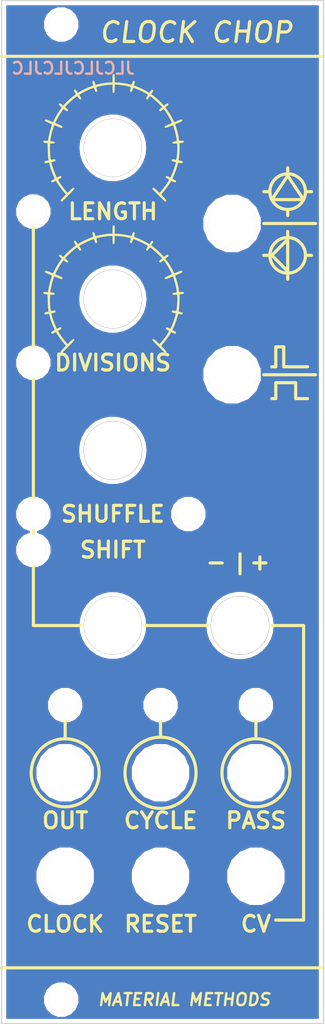
<source format=kicad_pcb>
(kicad_pcb (version 20171130) (host pcbnew "(5.0.1)-3")

  (general
    (thickness 1.6)
    (drawings 80)
    (tracks 0)
    (zones 0)
    (modules 25)
    (nets 1)
  )

  (page A4)
  (layers
    (0 F.Cu signal hide)
    (31 B.Cu signal hide)
    (32 B.Adhes user)
    (33 F.Adhes user)
    (34 B.Paste user)
    (35 F.Paste user)
    (36 B.SilkS user)
    (37 F.SilkS user)
    (38 B.Mask user)
    (39 F.Mask user)
    (40 Dwgs.User user hide)
    (41 Cmts.User user)
    (42 Eco1.User user)
    (43 Eco2.User user)
    (44 Edge.Cuts user)
    (45 Margin user)
    (46 B.CrtYd user)
    (47 F.CrtYd user)
    (48 B.Fab user)
    (49 F.Fab user hide)
  )

  (setup
    (last_trace_width 0.5)
    (trace_clearance 0.2)
    (zone_clearance 0.508)
    (zone_45_only no)
    (trace_min 0.2)
    (segment_width 0.4)
    (edge_width 0.15)
    (via_size 0.8)
    (via_drill 0.4)
    (via_min_size 0.4)
    (via_min_drill 0.3)
    (uvia_size 0.3)
    (uvia_drill 0.1)
    (uvias_allowed no)
    (uvia_min_size 0.2)
    (uvia_min_drill 0.1)
    (pcb_text_width 0.3)
    (pcb_text_size 1.5 1.5)
    (mod_edge_width 0.15)
    (mod_text_size 1 1)
    (mod_text_width 0.15)
    (pad_size 1.524 1.524)
    (pad_drill 0.762)
    (pad_to_mask_clearance 0.051)
    (solder_mask_min_width 0.25)
    (aux_axis_origin 0 0)
    (visible_elements 7FFFFFFF)
    (pcbplotparams
      (layerselection 0x010f0_ffffffff)
      (usegerberextensions false)
      (usegerberattributes true)
      (usegerberadvancedattributes false)
      (creategerberjobfile false)
      (excludeedgelayer false)
      (linewidth 0.100000)
      (plotframeref false)
      (viasonmask false)
      (mode 1)
      (useauxorigin true)
      (hpglpennumber 1)
      (hpglpenspeed 20)
      (hpglpendiameter 15.000000)
      (psnegative false)
      (psa4output false)
      (plotreference true)
      (plotvalue true)
      (plotinvisibletext false)
      (padsonsilk false)
      (subtractmaskfromsilk false)
      (outputformat 1)
      (mirror false)
      (drillshape 0)
      (scaleselection 1)
      (outputdirectory "PLOTS_panel"))
  )

  (net 0 "")

  (net_class Default "This is the default net class."
    (clearance 0.2)
    (trace_width 0.5)
    (via_dia 0.8)
    (via_drill 0.4)
    (uvia_dia 0.3)
    (uvia_drill 0.1)
  )

  (net_class Power ""
    (clearance 0.2)
    (trace_width 1.27)
    (via_dia 1.2)
    (via_drill 0.4)
    (uvia_dia 0.3)
    (uvia_drill 0.1)
  )

  (module "Eurocad:Eurorack jack hole" (layer F.Cu) (tedit 5CC36F82) (tstamp 5CC45E74)
    (at 47 63)
    (fp_text reference "" (at -0.25 4.75) (layer F.SilkS) hide
      (effects (font (size 1 1) (thickness 0.15)))
    )
    (fp_text value "Eurorack jack hole" (at 0 -4.25) (layer F.Fab)
      (effects (font (size 1 1) (thickness 0.15)))
    )
    (pad 1 thru_hole circle (at 0 0) (size 6.2 6.2) (drill 6.2) (layers *.Cu *.Mask))
  )

  (module "Eurocad:Eurorack jack hole" (layer F.Cu) (tedit 5CC36F82) (tstamp 5CC45E68)
    (at 47 44)
    (fp_text reference "" (at -0.25 4.75) (layer F.SilkS) hide
      (effects (font (size 1 1) (thickness 0.15)))
    )
    (fp_text value "Eurorack jack hole" (at 0 -4.25) (layer F.Fab)
      (effects (font (size 1 1) (thickness 0.15)))
    )
    (pad 1 thru_hole circle (at 0 0) (size 6.2 6.2) (drill 6.2) (layers *.Cu *.Mask))
  )

  (module "Eurocad:9mm alpha jack hole" (layer F.Cu) (tedit 5CC36F14) (tstamp 5CC45E3A)
    (at 48 94.5)
    (fp_text reference Ref** (at -0.25 5.5) (layer F.SilkS) hide
      (effects (font (size 1 1) (thickness 0.15)))
    )
    (fp_text value "9mm alpha jack hole" (at 0 -4.5) (layer F.Fab)
      (effects (font (size 1 1) (thickness 0.15)))
    )
    (pad 1 thru_hole circle (at 0 0) (size 7.2 7.2) (drill 7.2) (layers *.Cu *.Mask))
  )

  (module "Eurocad:9mm alpha jack hole" (layer F.Cu) (tedit 5CC36F14) (tstamp 5CC45E3A)
    (at 32 94.5)
    (fp_text reference Ref** (at -0.25 5.5) (layer F.SilkS) hide
      (effects (font (size 1 1) (thickness 0.15)))
    )
    (fp_text value "9mm alpha jack hole" (at 0 -4.5) (layer F.Fab)
      (effects (font (size 1 1) (thickness 0.15)))
    )
    (pad 1 thru_hole circle (at 0 0) (size 7.2 7.2) (drill 7.2) (layers *.Cu *.Mask))
  )

  (module "Eurocad:9mm alpha jack hole" (layer F.Cu) (tedit 5CC36F14) (tstamp 5CC45E3A)
    (at 32 72.5)
    (fp_text reference Ref** (at -0.25 5.5) (layer F.SilkS) hide
      (effects (font (size 1 1) (thickness 0.15)))
    )
    (fp_text value "9mm alpha jack hole" (at 0 -4.5) (layer F.Fab)
      (effects (font (size 1 1) (thickness 0.15)))
    )
    (pad 1 thru_hole circle (at 0 0) (size 7.2 7.2) (drill 7.2) (layers *.Cu *.Mask))
  )

  (module "Eurocad:9mm alpha jack hole" (layer F.Cu) (tedit 5CC36F14) (tstamp 5CC45E00)
    (at 32 53.5)
    (fp_text reference Ref** (at -0.25 5.5) (layer F.SilkS) hide
      (effects (font (size 1 1) (thickness 0.15)))
    )
    (fp_text value "9mm alpha jack hole" (at 0 -4.5) (layer F.Fab)
      (effects (font (size 1 1) (thickness 0.15)))
    )
    (pad 1 thru_hole circle (at 0 0) (size 7.2 7.2) (drill 7.2) (layers *.Cu *.Mask))
  )

  (module "Eurocad:9mm alpha jack hole" (layer F.Cu) (tedit 5CC36F14) (tstamp 5CC45DEC)
    (at 32 34.5)
    (fp_text reference Ref** (at -0.25 5.5) (layer F.SilkS) hide
      (effects (font (size 1 1) (thickness 0.15)))
    )
    (fp_text value "9mm alpha jack hole" (at 0 -4.5) (layer F.Fab)
      (effects (font (size 1 1) (thickness 0.15)))
    )
    (pad 1 thru_hole circle (at 0 0) (size 7.2 7.2) (drill 7.2) (layers *.Cu *.Mask))
  )

  (module Eurocad:KnobTicks (layer F.Cu) (tedit 5CC44799) (tstamp 5CC49588)
    (at 32 53)
    (fp_text reference "" (at 0 -0.75) (layer F.SilkS) hide
      (effects (font (size 1.524 1.524) (thickness 0.3)))
    )
    (fp_text value "" (at 0.75 -0.75) (layer F.SilkS) hide
      (effects (font (size 1.524 1.524) (thickness 0.3)))
    )
    (fp_poly (pts (xy 0.168172 -8.747418) (xy 0.197989 -8.722672) (xy 0.21814 -8.677006) (xy 0.230445 -8.596674)
      (xy 0.236724 -8.467929) (xy 0.238797 -8.277025) (xy 0.238871 -8.213333) (xy 0.238871 -7.717085)
      (xy 0.455798 -7.717085) (xy 0.63734 -7.709146) (xy 0.873923 -7.687373) (xy 1.142778 -7.654834)
      (xy 1.421137 -7.614595) (xy 1.68623 -7.569722) (xy 1.915289 -7.523282) (xy 1.943974 -7.516645)
      (xy 2.10072 -7.480902) (xy 2.229918 -7.45373) (xy 2.31035 -7.439509) (xy 2.322993 -7.438401)
      (xy 2.359951 -7.473077) (xy 2.408168 -7.563204) (xy 2.449238 -7.66732) (xy 2.505857 -7.808012)
      (xy 2.559573 -7.883934) (xy 2.611164 -7.908113) (xy 2.706079 -7.900159) (xy 2.752402 -7.839077)
      (xy 2.751551 -7.720333) (xy 2.715726 -7.573732) (xy 2.64436 -7.339319) (xy 3.066645 -7.173989)
      (xy 3.556388 -6.966222) (xy 4.020907 -6.738134) (xy 4.358217 -6.548385) (xy 4.59119 -6.408043)
      (xy 4.735553 -6.61468) (xy 4.85045 -6.753809) (xy 4.947502 -6.816027) (xy 5.027756 -6.801772)
      (xy 5.069472 -6.754822) (xy 5.083238 -6.70189) (xy 5.060303 -6.626952) (xy 4.994471 -6.512875)
      (xy 4.966489 -6.470053) (xy 4.821563 -6.251778) (xy 5.097046 -6.046927) (xy 5.385459 -5.817694)
      (xy 5.693974 -5.54675) (xy 5.99679 -5.257442) (xy 6.191081 -5.057008) (xy 6.430281 -4.801028)
      (xy 6.60292 -4.945263) (xy 6.743528 -5.042436) (xy 6.862236 -5.085247) (xy 6.948066 -5.071338)
      (xy 6.982588 -5.026897) (xy 6.984441 -4.952356) (xy 6.955855 -4.868956) (xy 6.911842 -4.814444)
      (xy 6.896013 -4.809197) (xy 6.850869 -4.784446) (xy 6.770926 -4.724099) (xy 6.734765 -4.693976)
      (xy 6.601975 -4.580372) (xy 6.818164 -4.287522) (xy 6.984544 -4.049889) (xy 7.15704 -3.782301)
      (xy 7.322375 -3.506993) (xy 7.467275 -3.246201) (xy 7.578463 -3.022161) (xy 7.592561 -2.990468)
      (xy 7.650321 -2.865632) (xy 7.698209 -2.77605) (xy 7.726096 -2.740624) (xy 7.726489 -2.740596)
      (xy 7.771072 -2.755126) (xy 7.873371 -2.794611) (xy 8.017809 -2.852886) (xy 8.175845 -2.918355)
      (xy 8.382433 -3.001524) (xy 8.529376 -3.050663) (xy 8.628307 -3.067236) (xy 8.690855 -3.052708)
      (xy 8.728653 -3.008541) (xy 8.737187 -2.988998) (xy 8.738885 -2.927877) (xy 8.691498 -2.865107)
      (xy 8.587703 -2.79552) (xy 8.420173 -2.713947) (xy 8.241066 -2.638883) (xy 8.081852 -2.574443)
      (xy 7.952521 -2.521212) (xy 7.869404 -2.485964) (xy 7.847471 -2.475623) (xy 7.852668 -2.435637)
      (xy 7.87901 -2.336943) (xy 7.921812 -2.19615) (xy 7.95666 -2.088658) (xy 8.049511 -1.789555)
      (xy 8.135835 -1.475879) (xy 8.210439 -1.16918) (xy 8.268127 -0.89101) (xy 8.303704 -0.662922)
      (xy 8.306525 -0.637192) (xy 8.332366 -0.385043) (xy 8.575352 -0.392947) (xy 8.740379 -0.397359)
      (xy 8.841488 -0.394439) (xy 8.894335 -0.379688) (xy 8.914576 -0.348607) (xy 8.917868 -0.296697)
      (xy 8.917868 -0.294513) (xy 8.905263 -0.216075) (xy 8.857469 -0.165384) (xy 8.759523 -0.133833)
      (xy 8.603002 -0.113428) (xy 8.387666 -0.093104) (xy 8.395268 0.464263) (xy 8.393167 0.729933)
      (xy 8.381685 1.027046) (xy 8.362758 1.317053) (xy 8.34151 1.535503) (xy 8.319398 1.727505)
      (xy 8.302447 1.888146) (xy 8.292121 2.002455) (xy 8.289884 2.055461) (xy 8.290466 2.057347)
      (xy 8.331531 2.069798) (xy 8.428067 2.094218) (xy 8.539655 2.120747) (xy 8.673403 2.1556)
      (xy 8.747547 2.189367) (xy 8.781014 2.2341) (xy 8.790633 2.280572) (xy 8.781141 2.366703)
      (xy 8.722406 2.411545) (xy 8.606497 2.417719) (xy 8.449988 2.393056) (xy 8.330053 2.370752)
      (xy 8.247198 2.360242) (xy 8.22377 2.361804) (xy 8.209423 2.402983) (xy 8.177969 2.506099)
      (xy 8.133792 2.656418) (xy 8.081273 2.839209) (xy 8.071194 2.874699) (xy 7.995838 3.118391)
      (xy 7.899792 3.397212) (xy 7.796238 3.674232) (xy 7.711759 3.881631) (xy 7.49392 4.389098)
      (xy 7.680887 4.483841) (xy 7.838153 4.574396) (xy 7.924665 4.653224) (xy 7.947067 4.727297)
      (xy 7.940085 4.755825) (xy 7.889298 4.823016) (xy 7.803398 4.836127) (xy 7.673713 4.794862)
      (xy 7.570075 4.74323) (xy 7.453677 4.686909) (xy 7.368 4.658082) (xy 7.332773 4.662182)
      (xy 7.29608 4.734046) (xy 7.220544 4.855903) (xy 7.115564 5.014399) (xy 6.990538 5.196179)
      (xy 6.854865 5.387891) (xy 6.717944 5.57618) (xy 6.589172 5.747692) (xy 6.477949 5.889075)
      (xy 6.424101 5.953253) (xy 6.306162 6.089437) (xy 6.205558 6.207182) (xy 6.13538 6.291075)
      (xy 6.111594 6.321098) (xy 6.108551 6.360854) (xy 6.14588 6.426954) (xy 6.2297 6.527542)
      (xy 6.366131 6.67076) (xy 6.40023 6.705197) (xy 6.569778 6.884932) (xy 6.677426 7.022638)
      (xy 6.725637 7.123167) (xy 6.716868 7.191373) (xy 6.665239 7.228029) (xy 6.597223 7.24926)
      (xy 6.578046 7.252194) (xy 6.543136 7.225224) (xy 6.461413 7.150222) (xy 6.341768 7.036051)
      (xy 6.19309 6.891575) (xy 6.024271 6.725656) (xy 5.8442 6.547159) (xy 5.661769 6.364945)
      (xy 5.485867 6.187879) (xy 5.325385 6.024824) (xy 5.189215 5.884643) (xy 5.086245 5.776198)
      (xy 5.025367 5.708354) (xy 5.01351 5.692461) (xy 4.993713 5.604578) (xy 5.000797 5.563072)
      (xy 5.044856 5.507348) (xy 5.117175 5.506266) (xy 5.222627 5.562293) (xy 5.36608 5.677897)
      (xy 5.525654 5.828918) (xy 5.857517 6.157367) (xy 6.067271 5.933713) (xy 6.206956 5.776485)
      (xy 6.355639 5.594923) (xy 6.506432 5.399131) (xy 6.652447 5.19921) (xy 6.786793 5.005263)
      (xy 6.902584 4.827391) (xy 6.992929 4.675697) (xy 7.050941 4.560281) (xy 7.06973 4.491248)
      (xy 7.060834 4.476704) (xy 7.005096 4.448566) (xy 6.907726 4.391528) (xy 6.830483 4.343596)
      (xy 6.716823 4.2626) (xy 6.66329 4.197057) (xy 6.65588 4.136507) (xy 6.695514 4.057378)
      (xy 6.783913 4.038951) (xy 6.922221 4.081191) (xy 7.011405 4.125571) (xy 7.124355 4.180051)
      (xy 7.210441 4.20888) (xy 7.241944 4.208946) (xy 7.280835 4.156043) (xy 7.338797 4.040386)
      (xy 7.41093 3.875152) (xy 7.492337 3.673521) (xy 7.578121 3.448669) (xy 7.663384 3.213773)
      (xy 7.743228 2.982012) (xy 7.812755 2.766562) (xy 7.867068 2.580602) (xy 7.901268 2.437308)
      (xy 7.902153 2.432626) (xy 7.92857 2.290958) (xy 7.676746 2.233567) (xy 7.539056 2.198882)
      (xy 7.461326 2.166436) (xy 7.425075 2.124789) (xy 7.412654 2.07011) (xy 7.426554 1.979651)
      (xy 7.497373 1.935492) (xy 7.629193 1.936149) (xy 7.728885 1.955007) (xy 7.844703 1.979735)
      (xy 7.929895 1.994411) (xy 7.94759 1.996049) (xy 7.975305 1.959002) (xy 8.003499 1.855366)
      (xy 8.03107 1.698161) (xy 8.056917 1.500407) (xy 8.079936 1.275122) (xy 8.099027 1.035327)
      (xy 8.113086 0.794041) (xy 8.121013 0.564282) (xy 8.121704 0.359072) (xy 8.114059 0.191428)
      (xy 8.106214 0.12202) (xy 8.079191 -0.058182) (xy 7.841533 -0.040992) (xy 7.661243 -0.04222)
      (xy 7.540737 -0.074517) (xy 7.486884 -0.135692) (xy 7.484639 -0.154852) (xy 7.519681 -0.224331)
      (xy 7.606199 -0.282463) (xy 7.716286 -0.311754) (xy 7.736307 -0.312613) (xy 7.902749 -0.325108)
      (xy 8.001261 -0.363506) (xy 8.040463 -0.431793) (xy 8.042006 -0.454033) (xy 8.031855 -0.570678)
      (xy 8.00383 -0.74059) (xy 7.961574 -0.949507) (xy 7.90873 -1.183169) (xy 7.848942 -1.427315)
      (xy 7.785852 -1.667684) (xy 7.723103 -1.890014) (xy 7.664339 -2.080045) (xy 7.613202 -2.223515)
      (xy 7.573335 -2.306163) (xy 7.566761 -2.314431) (xy 7.520343 -2.312595) (xy 7.416403 -2.284023)
      (xy 7.270491 -2.233614) (xy 7.103639 -2.168518) (xy 6.8782 -2.081832) (xy 6.715314 -2.034053)
      (xy 6.608155 -2.02502) (xy 6.549893 -2.054575) (xy 6.533702 -2.122557) (xy 6.53669 -2.155254)
      (xy 6.557463 -2.200055) (xy 6.614157 -2.24807) (xy 6.717925 -2.306021) (xy 6.879922 -2.380628)
      (xy 6.98699 -2.426595) (xy 7.178003 -2.509745) (xy 7.305023 -2.571847) (xy 7.37875 -2.619437)
      (xy 7.409884 -2.65905) (xy 7.411956 -2.686182) (xy 7.38048 -2.777661) (xy 7.312634 -2.921603)
      (xy 7.216513 -3.104419) (xy 7.100213 -3.31252) (xy 6.971828 -3.532316) (xy 6.839454 -3.75022)
      (xy 6.711185 -3.952642) (xy 6.595118 -4.125994) (xy 6.499346 -4.256685) (xy 6.432107 -4.331011)
      (xy 6.387274 -4.352997) (xy 6.331349 -4.338324) (xy 6.245452 -4.279529) (xy 6.190549 -4.235507)
      (xy 6.053808 -4.139027) (xy 5.952086 -4.106905) (xy 5.875448 -4.13778) (xy 5.836712 -4.187065)
      (xy 5.821573 -4.233143) (xy 5.841174 -4.284707) (xy 5.905286 -4.357011) (xy 6.00343 -4.447374)
      (xy 6.214227 -4.634724) (xy 5.724747 -5.112581) (xy 5.475368 -5.350113) (xy 5.237948 -5.564988)
      (xy 5.023136 -5.748111) (xy 4.841585 -5.890383) (xy 4.710235 -5.979058) (xy 4.660351 -5.964598)
      (xy 4.584912 -5.886769) (xy 4.533709 -5.816885) (xy 4.441394 -5.686922) (xy 4.375938 -5.614826)
      (xy 4.323153 -5.59024) (xy 4.268852 -5.602802) (xy 4.252067 -5.611232) (xy 4.195275 -5.663251)
      (xy 4.188633 -5.740181) (xy 4.233865 -5.853846) (xy 4.304941 -5.97355) (xy 4.373376 -6.083755)
      (xy 4.401842 -6.148253) (xy 4.394448 -6.187648) (xy 4.355305 -6.222543) (xy 4.354706 -6.222984)
      (xy 4.246306 -6.292479) (xy 4.087176 -6.381219) (xy 3.890698 -6.483007) (xy 3.670249 -6.591644)
      (xy 3.439211 -6.700932) (xy 3.210963 -6.804673) (xy 2.998885 -6.896669) (xy 2.816357 -6.970722)
      (xy 2.676759 -7.020634) (xy 2.59347 -7.040208) (xy 2.590387 -7.040282) (xy 2.558335 -7.005301)
      (xy 2.517468 -6.91495) (xy 2.487501 -6.824652) (xy 2.429617 -6.659582) (xy 2.369752 -6.566869)
      (xy 2.301006 -6.539397) (xy 2.232012 -6.561177) (xy 2.174591 -6.603751) (xy 2.154274 -6.662766)
      (xy 2.169679 -6.757883) (xy 2.209561 -6.881035) (xy 2.246095 -6.995404) (xy 2.267205 -7.08244)
      (xy 2.269279 -7.101737) (xy 2.231595 -7.137619) (xy 2.126293 -7.179014) (xy 1.964995 -7.223645)
      (xy 1.759326 -7.269238) (xy 1.520908 -7.313514) (xy 1.261366 -7.354198) (xy 0.992321 -7.389013)
      (xy 0.725398 -7.415683) (xy 0.628309 -7.423114) (xy 0.241415 -7.449975) (xy 0.23019 -6.960749)
      (xy 0.223475 -6.747107) (xy 0.213616 -6.599972) (xy 0.198744 -6.506238) (xy 0.176992 -6.452801)
      (xy 0.154706 -6.431072) (xy 0.067903 -6.408558) (xy 0.025317 -6.415612) (xy -0.002225 -6.436689)
      (xy -0.020886 -6.48365) (xy -0.032288 -6.569533) (xy -0.038051 -6.707373) (xy -0.039796 -6.910207)
      (xy -0.039812 -6.939503) (xy -0.039812 -7.438401) (xy -0.236833 -7.438401) (xy -0.408134 -7.430581)
      (xy -0.63541 -7.409122) (xy -0.896773 -7.37703) (xy -1.170331 -7.337312) (xy -1.434196 -7.292972)
      (xy -1.666478 -7.247016) (xy -1.721865 -7.234504) (xy -1.898801 -7.190599) (xy -2.008194 -7.149801)
      (xy -2.060317 -7.09834) (xy -2.065441 -7.022444) (xy -2.03384 -6.908342) (xy -2.01202 -6.845527)
      (xy -1.974648 -6.695663) (xy -1.989596 -6.598382) (xy -2.053392 -6.546961) (xy -2.13765 -6.538912)
      (xy -2.205862 -6.59214) (xy -2.264724 -6.713904) (xy -2.294249 -6.8081) (xy -2.33305 -6.937789)
      (xy -2.364941 -7.00608) (xy -2.402585 -7.028755) (xy -2.458644 -7.021597) (xy -2.464418 -7.02018)
      (xy -2.602914 -6.977252) (xy -2.781114 -6.909374) (xy -2.987138 -6.82241) (xy -3.209106 -6.722228)
      (xy -3.435138 -6.614692) (xy -3.653354 -6.505668) (xy -3.851872 -6.401022) (xy -4.018813 -6.306619)
      (xy -4.142296 -6.228325) (xy -4.210441 -6.172006) (xy -4.220063 -6.153368) (xy -4.199098 -6.103534)
      (xy -4.145362 -6.012986) (xy -4.100627 -5.945455) (xy -4.01501 -5.804554) (xy -3.985829 -5.706956)
      (xy -4.011413 -5.641524) (xy -4.050862 -5.613834) (xy -4.121615 -5.591244) (xy -4.185039 -5.611496)
      (xy -4.255672 -5.684328) (xy -4.340686 -5.807963) (xy -4.416301 -5.917871) (xy -4.4697 -5.969484)
      (xy -4.516097 -5.974787) (xy -4.539727 -5.964735) (xy -4.651587 -5.892333) (xy -4.806006 -5.774945)
      (xy -4.989456 -5.624104) (xy -5.188411 -5.451341) (xy -5.389345 -5.268191) (xy -5.57873 -5.086185)
      (xy -5.62779 -5.037057) (xy -6.020313 -4.639886) (xy -5.816896 -4.452875) (xy -5.699284 -4.340337)
      (xy -5.636056 -4.263775) (xy -5.619978 -4.208738) (xy -5.643816 -4.160773) (xy -5.661254 -4.141975)
      (xy -5.728834 -4.100641) (xy -5.810168 -4.110484) (xy -5.91989 -4.175528) (xy -5.994293 -4.233542)
      (xy -6.093863 -4.310383) (xy -6.169927 -4.360486) (xy -6.197453 -4.371724) (xy -6.245378 -4.337465)
      (xy -6.32295 -4.244535) (xy -6.42334 -4.104464) (xy -6.539718 -3.928781) (xy -6.665257 -3.729016)
      (xy -6.793126 -3.516699) (xy -6.916497 -3.303358) (xy -7.02854 -3.100524) (xy -7.122428 -2.919726)
      (xy -7.191329 -2.772493) (xy -7.228417 -2.670356) (xy -7.230183 -2.628151) (xy -7.187657 -2.601512)
      (xy -7.086782 -2.552736) (xy -6.943216 -2.489062) (xy -6.793248 -2.426147) (xy -6.59145 -2.339911)
      (xy -6.455799 -2.271196) (xy -6.376797 -2.212658) (xy -6.344949 -2.156957) (xy -6.350758 -2.096748)
      (xy -6.354328 -2.086777) (xy -6.386246 -2.03731) (xy -6.441035 -2.016613) (xy -6.530137 -2.026303)
      (xy -6.664991 -2.067994) (xy -6.857038 -2.143302) (xy -6.909617 -2.165177) (xy -7.079792 -2.233542)
      (xy -7.223588 -2.285821) (xy -7.325076 -2.316586) (xy -7.367424 -2.321198) (xy -7.398122 -2.271479)
      (xy -7.443326 -2.159359) (xy -7.498481 -1.999744) (xy -7.559027 -1.80754) (xy -7.620406 -1.597653)
      (xy -7.678061 -1.38499) (xy -7.727432 -1.184456) (xy -7.757084 -1.046937) (xy -7.805582 -0.801052)
      (xy -7.839668 -0.622201) (xy -7.859925 -0.499218) (xy -7.866934 -0.420938) (xy -7.861278 -0.376195)
      (xy -7.843539 -0.353824) (xy -7.814298 -0.342658) (xy -7.794071 -0.337395) (xy -7.691103 -0.320474)
      (xy -7.565497 -0.312659) (xy -7.559185 -0.312613) (xy -7.425071 -0.288374) (xy -7.346319 -0.222499)
      (xy -7.332862 -0.124875) (xy -7.352108 -0.086488) (xy -7.402577 -0.064373) (xy -7.501605 -0.054186)
      (xy -7.624786 -0.051718) (xy -7.902665 -0.050145) (xy -7.913581 0.525554) (xy -7.91346 0.737655)
      (xy -7.906446 0.970426) (xy -7.893768 1.209289) (xy -7.87665 1.439664) (xy -7.85632 1.646973)
      (xy -7.834004 1.816637) (xy -7.810928 1.934078) (xy -7.791002 1.982614) (xy -7.74355 1.986724)
      (xy -7.64298 1.975214) (xy -7.545537 1.957455) (xy -7.372467 1.935642) (xy -7.263494 1.956942)
      (xy -7.214787 2.022921) (xy -7.213988 2.093068) (xy -7.236295 2.143456) (xy -7.297511 2.18228)
      (xy -7.414428 2.218472) (xy -7.478526 2.233751) (xy -7.73119 2.291326) (xy -7.705664 2.452716)
      (xy -7.676879 2.584194) (xy -7.627131 2.758917) (xy -7.561179 2.964405) (xy -7.483781 3.188178)
      (xy -7.399694 3.417754) (xy -7.313678 3.640653) (xy -7.23049 3.844395) (xy -7.154889 4.016498)
      (xy -7.091633 4.144483) (xy -7.04548 4.215868) (xy -7.029406 4.226489) (xy -6.985011 4.208672)
      (xy -6.893844 4.162669) (xy -6.809393 4.117006) (xy -6.685254 4.054668) (xy -6.60439 4.033663)
      (xy -6.545458 4.048804) (xy -6.540642 4.051674) (xy -6.473953 4.122868) (xy -6.485976 4.204643)
      (xy -6.576554 4.296645) (xy -6.678448 4.362315) (xy -6.789022 4.430149) (xy -6.864786 4.48566)
      (xy -6.887461 4.512596) (xy -6.863979 4.577904) (xy -6.798863 4.694151) (xy -6.700107 4.850011)
      (xy -6.575705 5.034159) (xy -6.433652 5.235269) (xy -6.281942 5.442014) (xy -6.128569 5.64307)
      (xy -5.981528 5.827109) (xy -5.853184 5.977898) (xy -5.694237 6.156736) (xy -5.360869 5.8251)
      (xy -5.206532 5.675674) (xy -5.094138 5.577999) (xy -5.012963 5.52411) (xy -4.95228 5.506044)
      (xy -4.932325 5.50692) (xy -4.870818 5.522922) (xy -4.838744 5.553332) (xy -4.83987 5.603552)
      (xy -4.877961 5.678984) (xy -4.956786 5.78503) (xy -5.08011 5.927093) (xy -5.251699 6.110575)
      (xy -5.475321 6.340877) (xy -5.60675 6.47419) (xy -5.809073 6.677738) (xy -5.993415 6.861317)
      (xy -6.152338 7.017671) (xy -6.278406 7.139544) (xy -6.36418 7.219681) (xy -6.402225 7.250826)
      (xy -6.402988 7.250984) (xy -6.455878 7.232034) (xy -6.499295 7.209193) (xy -6.548869 7.166925)
      (xy -6.560025 7.112352) (xy -6.528043 7.036384) (xy -6.448201 6.929931) (xy -6.315778 6.783903)
      (xy -6.234656 6.699654) (xy -5.900346 6.356426) (xy -6.236037 5.958307) (xy -6.395783 5.759858)
      (xy -6.573627 5.524536) (xy -6.746471 5.283607) (xy -6.875246 5.093087) (xy -7.178765 4.625985)
      (xy -7.390047 4.746868) (xy -7.517438 4.81411) (xy -7.601578 4.840898) (xy -7.664072 4.832962)
      (xy -7.682326 4.824403) (xy -7.756805 4.757034) (xy -7.754679 4.678953) (xy -7.677579 4.594242)
      (xy -7.562393 4.52413) (xy -7.448599 4.459761) (xy -7.367388 4.401329) (xy -7.342248 4.372239)
      (xy -7.349778 4.316155) (xy -7.385974 4.207518) (xy -7.444138 4.065114) (xy -7.480033 3.985692)
      (xy -7.586603 3.738482) (xy -7.697277 3.449611) (xy -7.802574 3.146535) (xy -7.893012 2.856706)
      (xy -7.959111 2.607579) (xy -7.965086 2.581136) (xy -8.016258 2.349106) (xy -8.148568 2.372123)
      (xy -8.28843 2.39647) (xy -8.416792 2.418835) (xy -8.516985 2.426025) (xy -8.574218 2.394313)
      (xy -8.598708 2.356572) (xy -8.621984 2.271212) (xy -8.584008 2.205136) (xy -8.47851 2.152916)
      (xy -8.316851 2.112526) (xy -8.193015 2.087434) (xy -8.107948 2.068805) (xy -8.082049 2.061513)
      (xy -8.088643 2.023224) (xy -8.105567 1.928398) (xy -8.12549 1.817868) (xy -8.139993 1.704331)
      (xy -8.155121 1.527683) (xy -8.169808 1.304419) (xy -8.18299 1.051034) (xy -8.193599 0.784024)
      (xy -8.19493 0.742947) (xy -8.22116 -0.093104) (xy -8.451916 -0.113633) (xy -8.617887 -0.141295)
      (xy -8.715938 -0.192107) (xy -8.7559 -0.272048) (xy -8.758011 -0.299767) (xy -8.734611 -0.357161)
      (xy -8.656555 -0.389802) (xy -8.514784 -0.40026) (xy -8.412536 -0.397768) (xy -8.16598 -0.386734)
      (xy -8.141967 -0.538508) (xy -8.095106 -0.797636) (xy -8.031373 -1.098863) (xy -7.957611 -1.41326)
      (xy -7.880664 -1.711897) (xy -7.807376 -1.965845) (xy -7.795262 -2.004075) (xy -7.741984 -2.172168)
      (xy -7.699191 -2.312593) (xy -7.672137 -2.407782) (xy -7.665344 -2.438621) (xy -7.699269 -2.467265)
      (xy -7.792789 -2.51834) (xy -7.931604 -2.584625) (xy -8.101414 -2.658896) (xy -8.101724 -2.659027)
      (xy -8.297621 -2.744176) (xy -8.429528 -2.809462) (xy -8.508539 -2.861523) (xy -8.545751 -2.906998)
      (xy -8.552024 -2.928449) (xy -8.529576 -3.019179) (xy -8.486404 -3.05563) (xy -8.436224 -3.068202)
      (xy -8.360509 -3.058681) (xy -8.245888 -3.02344) (xy -8.078989 -2.958853) (xy -7.982633 -2.918982)
      (xy -7.813801 -2.848788) (xy -7.673783 -2.791591) (xy -7.577712 -2.753507) (xy -7.540984 -2.740596)
      (xy -7.518129 -2.774011) (xy -7.467432 -2.865102) (xy -7.396285 -3.00014) (xy -7.312074 -3.165396)
      (xy -7.308081 -3.173352) (xy -7.199416 -3.377438) (xy -7.061955 -3.617215) (xy -6.912965 -3.863426)
      (xy -6.769711 -4.086812) (xy -6.763559 -4.096034) (xy -6.436073 -4.58596) (xy -6.626253 -4.750946)
      (xy -6.747264 -4.869912) (xy -6.799942 -4.958696) (xy -6.801776 -4.992762) (xy -6.757752 -5.066236)
      (xy -6.671231 -5.08008) (xy -6.551215 -5.035393) (xy -6.422501 -4.946451) (xy -6.240489 -4.797306)
      (xy -6.003724 -5.062181) (xy -5.875682 -5.196422) (xy -5.708225 -5.359109) (xy -5.516746 -5.536562)
      (xy -5.316638 -5.715099) (xy -5.123293 -5.88104) (xy -4.952104 -6.020704) (xy -4.818464 -6.12041)
      (xy -4.796884 -6.134814) (xy -4.710617 -6.197822) (xy -4.662234 -6.246985) (xy -4.658487 -6.256777)
      (xy -4.679138 -6.305597) (xy -4.732614 -6.395417) (xy -4.77743 -6.46301) (xy -4.860554 -6.596896)
      (xy -4.892381 -6.690081) (xy -4.876578 -6.759475) (xy -4.849091 -6.793448) (xy -4.785798 -6.834694)
      (xy -4.721123 -6.821797) (xy -4.644195 -6.748485) (xy -4.55376 -6.623049) (xy -4.4089 -6.404874)
      (xy -4.244811 -6.505609) (xy -4.056525 -6.613691) (xy -3.817734 -6.739737) (xy -3.551921 -6.872294)
      (xy -3.282573 -6.99991) (xy -3.033172 -7.111129) (xy -2.84974 -7.186004) (xy -2.694575 -7.246036)
      (xy -2.570154 -7.295721) (xy -2.493377 -7.328224) (xy -2.477266 -7.33658) (xy -2.480164 -7.378862)
      (xy -2.501604 -7.474585) (xy -2.529144 -7.575591) (xy -2.569068 -7.743089) (xy -2.570168 -7.848667)
      (xy -2.530096 -7.901181) (xy -2.4465 -7.909491) (xy -2.440728 -7.908858) (xy -2.37786 -7.891989)
      (xy -2.332061 -7.846988) (xy -2.290083 -7.755609) (xy -2.255875 -7.654268) (xy -2.178709 -7.412297)
      (xy -1.796016 -7.505272) (xy -1.530159 -7.562933) (xy -1.233199 -7.615926) (xy -0.928792 -7.660953)
      (xy -0.640594 -7.694717) (xy -0.392261 -7.713919) (xy -0.276645 -7.717085) (xy -0.039812 -7.717085)
      (xy -0.039812 -8.212755) (xy -0.038466 -8.423438) (xy -0.033256 -8.568184) (xy -0.022429 -8.660654)
      (xy -0.004226 -8.714507) (xy 0.023106 -8.743403) (xy 0.028831 -8.74684) (xy 0.13003 -8.761737)
      (xy 0.168172 -8.747418)) (layer F.SilkS) (width 0.01))
  )

  (module Eurocad:KnobTicks (layer F.Cu) (tedit 5CC44799) (tstamp 5CC49554)
    (at 32 34)
    (fp_text reference "" (at 0 -0.75) (layer F.SilkS) hide
      (effects (font (size 1.524 1.524) (thickness 0.3)))
    )
    (fp_text value "" (at 0.75 -0.75) (layer F.SilkS) hide
      (effects (font (size 1.524 1.524) (thickness 0.3)))
    )
    (fp_poly (pts (xy 0.168172 -8.747418) (xy 0.197989 -8.722672) (xy 0.21814 -8.677006) (xy 0.230445 -8.596674)
      (xy 0.236724 -8.467929) (xy 0.238797 -8.277025) (xy 0.238871 -8.213333) (xy 0.238871 -7.717085)
      (xy 0.455798 -7.717085) (xy 0.63734 -7.709146) (xy 0.873923 -7.687373) (xy 1.142778 -7.654834)
      (xy 1.421137 -7.614595) (xy 1.68623 -7.569722) (xy 1.915289 -7.523282) (xy 1.943974 -7.516645)
      (xy 2.10072 -7.480902) (xy 2.229918 -7.45373) (xy 2.31035 -7.439509) (xy 2.322993 -7.438401)
      (xy 2.359951 -7.473077) (xy 2.408168 -7.563204) (xy 2.449238 -7.66732) (xy 2.505857 -7.808012)
      (xy 2.559573 -7.883934) (xy 2.611164 -7.908113) (xy 2.706079 -7.900159) (xy 2.752402 -7.839077)
      (xy 2.751551 -7.720333) (xy 2.715726 -7.573732) (xy 2.64436 -7.339319) (xy 3.066645 -7.173989)
      (xy 3.556388 -6.966222) (xy 4.020907 -6.738134) (xy 4.358217 -6.548385) (xy 4.59119 -6.408043)
      (xy 4.735553 -6.61468) (xy 4.85045 -6.753809) (xy 4.947502 -6.816027) (xy 5.027756 -6.801772)
      (xy 5.069472 -6.754822) (xy 5.083238 -6.70189) (xy 5.060303 -6.626952) (xy 4.994471 -6.512875)
      (xy 4.966489 -6.470053) (xy 4.821563 -6.251778) (xy 5.097046 -6.046927) (xy 5.385459 -5.817694)
      (xy 5.693974 -5.54675) (xy 5.99679 -5.257442) (xy 6.191081 -5.057008) (xy 6.430281 -4.801028)
      (xy 6.60292 -4.945263) (xy 6.743528 -5.042436) (xy 6.862236 -5.085247) (xy 6.948066 -5.071338)
      (xy 6.982588 -5.026897) (xy 6.984441 -4.952356) (xy 6.955855 -4.868956) (xy 6.911842 -4.814444)
      (xy 6.896013 -4.809197) (xy 6.850869 -4.784446) (xy 6.770926 -4.724099) (xy 6.734765 -4.693976)
      (xy 6.601975 -4.580372) (xy 6.818164 -4.287522) (xy 6.984544 -4.049889) (xy 7.15704 -3.782301)
      (xy 7.322375 -3.506993) (xy 7.467275 -3.246201) (xy 7.578463 -3.022161) (xy 7.592561 -2.990468)
      (xy 7.650321 -2.865632) (xy 7.698209 -2.77605) (xy 7.726096 -2.740624) (xy 7.726489 -2.740596)
      (xy 7.771072 -2.755126) (xy 7.873371 -2.794611) (xy 8.017809 -2.852886) (xy 8.175845 -2.918355)
      (xy 8.382433 -3.001524) (xy 8.529376 -3.050663) (xy 8.628307 -3.067236) (xy 8.690855 -3.052708)
      (xy 8.728653 -3.008541) (xy 8.737187 -2.988998) (xy 8.738885 -2.927877) (xy 8.691498 -2.865107)
      (xy 8.587703 -2.79552) (xy 8.420173 -2.713947) (xy 8.241066 -2.638883) (xy 8.081852 -2.574443)
      (xy 7.952521 -2.521212) (xy 7.869404 -2.485964) (xy 7.847471 -2.475623) (xy 7.852668 -2.435637)
      (xy 7.87901 -2.336943) (xy 7.921812 -2.19615) (xy 7.95666 -2.088658) (xy 8.049511 -1.789555)
      (xy 8.135835 -1.475879) (xy 8.210439 -1.16918) (xy 8.268127 -0.89101) (xy 8.303704 -0.662922)
      (xy 8.306525 -0.637192) (xy 8.332366 -0.385043) (xy 8.575352 -0.392947) (xy 8.740379 -0.397359)
      (xy 8.841488 -0.394439) (xy 8.894335 -0.379688) (xy 8.914576 -0.348607) (xy 8.917868 -0.296697)
      (xy 8.917868 -0.294513) (xy 8.905263 -0.216075) (xy 8.857469 -0.165384) (xy 8.759523 -0.133833)
      (xy 8.603002 -0.113428) (xy 8.387666 -0.093104) (xy 8.395268 0.464263) (xy 8.393167 0.729933)
      (xy 8.381685 1.027046) (xy 8.362758 1.317053) (xy 8.34151 1.535503) (xy 8.319398 1.727505)
      (xy 8.302447 1.888146) (xy 8.292121 2.002455) (xy 8.289884 2.055461) (xy 8.290466 2.057347)
      (xy 8.331531 2.069798) (xy 8.428067 2.094218) (xy 8.539655 2.120747) (xy 8.673403 2.1556)
      (xy 8.747547 2.189367) (xy 8.781014 2.2341) (xy 8.790633 2.280572) (xy 8.781141 2.366703)
      (xy 8.722406 2.411545) (xy 8.606497 2.417719) (xy 8.449988 2.393056) (xy 8.330053 2.370752)
      (xy 8.247198 2.360242) (xy 8.22377 2.361804) (xy 8.209423 2.402983) (xy 8.177969 2.506099)
      (xy 8.133792 2.656418) (xy 8.081273 2.839209) (xy 8.071194 2.874699) (xy 7.995838 3.118391)
      (xy 7.899792 3.397212) (xy 7.796238 3.674232) (xy 7.711759 3.881631) (xy 7.49392 4.389098)
      (xy 7.680887 4.483841) (xy 7.838153 4.574396) (xy 7.924665 4.653224) (xy 7.947067 4.727297)
      (xy 7.940085 4.755825) (xy 7.889298 4.823016) (xy 7.803398 4.836127) (xy 7.673713 4.794862)
      (xy 7.570075 4.74323) (xy 7.453677 4.686909) (xy 7.368 4.658082) (xy 7.332773 4.662182)
      (xy 7.29608 4.734046) (xy 7.220544 4.855903) (xy 7.115564 5.014399) (xy 6.990538 5.196179)
      (xy 6.854865 5.387891) (xy 6.717944 5.57618) (xy 6.589172 5.747692) (xy 6.477949 5.889075)
      (xy 6.424101 5.953253) (xy 6.306162 6.089437) (xy 6.205558 6.207182) (xy 6.13538 6.291075)
      (xy 6.111594 6.321098) (xy 6.108551 6.360854) (xy 6.14588 6.426954) (xy 6.2297 6.527542)
      (xy 6.366131 6.67076) (xy 6.40023 6.705197) (xy 6.569778 6.884932) (xy 6.677426 7.022638)
      (xy 6.725637 7.123167) (xy 6.716868 7.191373) (xy 6.665239 7.228029) (xy 6.597223 7.24926)
      (xy 6.578046 7.252194) (xy 6.543136 7.225224) (xy 6.461413 7.150222) (xy 6.341768 7.036051)
      (xy 6.19309 6.891575) (xy 6.024271 6.725656) (xy 5.8442 6.547159) (xy 5.661769 6.364945)
      (xy 5.485867 6.187879) (xy 5.325385 6.024824) (xy 5.189215 5.884643) (xy 5.086245 5.776198)
      (xy 5.025367 5.708354) (xy 5.01351 5.692461) (xy 4.993713 5.604578) (xy 5.000797 5.563072)
      (xy 5.044856 5.507348) (xy 5.117175 5.506266) (xy 5.222627 5.562293) (xy 5.36608 5.677897)
      (xy 5.525654 5.828918) (xy 5.857517 6.157367) (xy 6.067271 5.933713) (xy 6.206956 5.776485)
      (xy 6.355639 5.594923) (xy 6.506432 5.399131) (xy 6.652447 5.19921) (xy 6.786793 5.005263)
      (xy 6.902584 4.827391) (xy 6.992929 4.675697) (xy 7.050941 4.560281) (xy 7.06973 4.491248)
      (xy 7.060834 4.476704) (xy 7.005096 4.448566) (xy 6.907726 4.391528) (xy 6.830483 4.343596)
      (xy 6.716823 4.2626) (xy 6.66329 4.197057) (xy 6.65588 4.136507) (xy 6.695514 4.057378)
      (xy 6.783913 4.038951) (xy 6.922221 4.081191) (xy 7.011405 4.125571) (xy 7.124355 4.180051)
      (xy 7.210441 4.20888) (xy 7.241944 4.208946) (xy 7.280835 4.156043) (xy 7.338797 4.040386)
      (xy 7.41093 3.875152) (xy 7.492337 3.673521) (xy 7.578121 3.448669) (xy 7.663384 3.213773)
      (xy 7.743228 2.982012) (xy 7.812755 2.766562) (xy 7.867068 2.580602) (xy 7.901268 2.437308)
      (xy 7.902153 2.432626) (xy 7.92857 2.290958) (xy 7.676746 2.233567) (xy 7.539056 2.198882)
      (xy 7.461326 2.166436) (xy 7.425075 2.124789) (xy 7.412654 2.07011) (xy 7.426554 1.979651)
      (xy 7.497373 1.935492) (xy 7.629193 1.936149) (xy 7.728885 1.955007) (xy 7.844703 1.979735)
      (xy 7.929895 1.994411) (xy 7.94759 1.996049) (xy 7.975305 1.959002) (xy 8.003499 1.855366)
      (xy 8.03107 1.698161) (xy 8.056917 1.500407) (xy 8.079936 1.275122) (xy 8.099027 1.035327)
      (xy 8.113086 0.794041) (xy 8.121013 0.564282) (xy 8.121704 0.359072) (xy 8.114059 0.191428)
      (xy 8.106214 0.12202) (xy 8.079191 -0.058182) (xy 7.841533 -0.040992) (xy 7.661243 -0.04222)
      (xy 7.540737 -0.074517) (xy 7.486884 -0.135692) (xy 7.484639 -0.154852) (xy 7.519681 -0.224331)
      (xy 7.606199 -0.282463) (xy 7.716286 -0.311754) (xy 7.736307 -0.312613) (xy 7.902749 -0.325108)
      (xy 8.001261 -0.363506) (xy 8.040463 -0.431793) (xy 8.042006 -0.454033) (xy 8.031855 -0.570678)
      (xy 8.00383 -0.74059) (xy 7.961574 -0.949507) (xy 7.90873 -1.183169) (xy 7.848942 -1.427315)
      (xy 7.785852 -1.667684) (xy 7.723103 -1.890014) (xy 7.664339 -2.080045) (xy 7.613202 -2.223515)
      (xy 7.573335 -2.306163) (xy 7.566761 -2.314431) (xy 7.520343 -2.312595) (xy 7.416403 -2.284023)
      (xy 7.270491 -2.233614) (xy 7.103639 -2.168518) (xy 6.8782 -2.081832) (xy 6.715314 -2.034053)
      (xy 6.608155 -2.02502) (xy 6.549893 -2.054575) (xy 6.533702 -2.122557) (xy 6.53669 -2.155254)
      (xy 6.557463 -2.200055) (xy 6.614157 -2.24807) (xy 6.717925 -2.306021) (xy 6.879922 -2.380628)
      (xy 6.98699 -2.426595) (xy 7.178003 -2.509745) (xy 7.305023 -2.571847) (xy 7.37875 -2.619437)
      (xy 7.409884 -2.65905) (xy 7.411956 -2.686182) (xy 7.38048 -2.777661) (xy 7.312634 -2.921603)
      (xy 7.216513 -3.104419) (xy 7.100213 -3.31252) (xy 6.971828 -3.532316) (xy 6.839454 -3.75022)
      (xy 6.711185 -3.952642) (xy 6.595118 -4.125994) (xy 6.499346 -4.256685) (xy 6.432107 -4.331011)
      (xy 6.387274 -4.352997) (xy 6.331349 -4.338324) (xy 6.245452 -4.279529) (xy 6.190549 -4.235507)
      (xy 6.053808 -4.139027) (xy 5.952086 -4.106905) (xy 5.875448 -4.13778) (xy 5.836712 -4.187065)
      (xy 5.821573 -4.233143) (xy 5.841174 -4.284707) (xy 5.905286 -4.357011) (xy 6.00343 -4.447374)
      (xy 6.214227 -4.634724) (xy 5.724747 -5.112581) (xy 5.475368 -5.350113) (xy 5.237948 -5.564988)
      (xy 5.023136 -5.748111) (xy 4.841585 -5.890383) (xy 4.710235 -5.979058) (xy 4.660351 -5.964598)
      (xy 4.584912 -5.886769) (xy 4.533709 -5.816885) (xy 4.441394 -5.686922) (xy 4.375938 -5.614826)
      (xy 4.323153 -5.59024) (xy 4.268852 -5.602802) (xy 4.252067 -5.611232) (xy 4.195275 -5.663251)
      (xy 4.188633 -5.740181) (xy 4.233865 -5.853846) (xy 4.304941 -5.97355) (xy 4.373376 -6.083755)
      (xy 4.401842 -6.148253) (xy 4.394448 -6.187648) (xy 4.355305 -6.222543) (xy 4.354706 -6.222984)
      (xy 4.246306 -6.292479) (xy 4.087176 -6.381219) (xy 3.890698 -6.483007) (xy 3.670249 -6.591644)
      (xy 3.439211 -6.700932) (xy 3.210963 -6.804673) (xy 2.998885 -6.896669) (xy 2.816357 -6.970722)
      (xy 2.676759 -7.020634) (xy 2.59347 -7.040208) (xy 2.590387 -7.040282) (xy 2.558335 -7.005301)
      (xy 2.517468 -6.91495) (xy 2.487501 -6.824652) (xy 2.429617 -6.659582) (xy 2.369752 -6.566869)
      (xy 2.301006 -6.539397) (xy 2.232012 -6.561177) (xy 2.174591 -6.603751) (xy 2.154274 -6.662766)
      (xy 2.169679 -6.757883) (xy 2.209561 -6.881035) (xy 2.246095 -6.995404) (xy 2.267205 -7.08244)
      (xy 2.269279 -7.101737) (xy 2.231595 -7.137619) (xy 2.126293 -7.179014) (xy 1.964995 -7.223645)
      (xy 1.759326 -7.269238) (xy 1.520908 -7.313514) (xy 1.261366 -7.354198) (xy 0.992321 -7.389013)
      (xy 0.725398 -7.415683) (xy 0.628309 -7.423114) (xy 0.241415 -7.449975) (xy 0.23019 -6.960749)
      (xy 0.223475 -6.747107) (xy 0.213616 -6.599972) (xy 0.198744 -6.506238) (xy 0.176992 -6.452801)
      (xy 0.154706 -6.431072) (xy 0.067903 -6.408558) (xy 0.025317 -6.415612) (xy -0.002225 -6.436689)
      (xy -0.020886 -6.48365) (xy -0.032288 -6.569533) (xy -0.038051 -6.707373) (xy -0.039796 -6.910207)
      (xy -0.039812 -6.939503) (xy -0.039812 -7.438401) (xy -0.236833 -7.438401) (xy -0.408134 -7.430581)
      (xy -0.63541 -7.409122) (xy -0.896773 -7.37703) (xy -1.170331 -7.337312) (xy -1.434196 -7.292972)
      (xy -1.666478 -7.247016) (xy -1.721865 -7.234504) (xy -1.898801 -7.190599) (xy -2.008194 -7.149801)
      (xy -2.060317 -7.09834) (xy -2.065441 -7.022444) (xy -2.03384 -6.908342) (xy -2.01202 -6.845527)
      (xy -1.974648 -6.695663) (xy -1.989596 -6.598382) (xy -2.053392 -6.546961) (xy -2.13765 -6.538912)
      (xy -2.205862 -6.59214) (xy -2.264724 -6.713904) (xy -2.294249 -6.8081) (xy -2.33305 -6.937789)
      (xy -2.364941 -7.00608) (xy -2.402585 -7.028755) (xy -2.458644 -7.021597) (xy -2.464418 -7.02018)
      (xy -2.602914 -6.977252) (xy -2.781114 -6.909374) (xy -2.987138 -6.82241) (xy -3.209106 -6.722228)
      (xy -3.435138 -6.614692) (xy -3.653354 -6.505668) (xy -3.851872 -6.401022) (xy -4.018813 -6.306619)
      (xy -4.142296 -6.228325) (xy -4.210441 -6.172006) (xy -4.220063 -6.153368) (xy -4.199098 -6.103534)
      (xy -4.145362 -6.012986) (xy -4.100627 -5.945455) (xy -4.01501 -5.804554) (xy -3.985829 -5.706956)
      (xy -4.011413 -5.641524) (xy -4.050862 -5.613834) (xy -4.121615 -5.591244) (xy -4.185039 -5.611496)
      (xy -4.255672 -5.684328) (xy -4.340686 -5.807963) (xy -4.416301 -5.917871) (xy -4.4697 -5.969484)
      (xy -4.516097 -5.974787) (xy -4.539727 -5.964735) (xy -4.651587 -5.892333) (xy -4.806006 -5.774945)
      (xy -4.989456 -5.624104) (xy -5.188411 -5.451341) (xy -5.389345 -5.268191) (xy -5.57873 -5.086185)
      (xy -5.62779 -5.037057) (xy -6.020313 -4.639886) (xy -5.816896 -4.452875) (xy -5.699284 -4.340337)
      (xy -5.636056 -4.263775) (xy -5.619978 -4.208738) (xy -5.643816 -4.160773) (xy -5.661254 -4.141975)
      (xy -5.728834 -4.100641) (xy -5.810168 -4.110484) (xy -5.91989 -4.175528) (xy -5.994293 -4.233542)
      (xy -6.093863 -4.310383) (xy -6.169927 -4.360486) (xy -6.197453 -4.371724) (xy -6.245378 -4.337465)
      (xy -6.32295 -4.244535) (xy -6.42334 -4.104464) (xy -6.539718 -3.928781) (xy -6.665257 -3.729016)
      (xy -6.793126 -3.516699) (xy -6.916497 -3.303358) (xy -7.02854 -3.100524) (xy -7.122428 -2.919726)
      (xy -7.191329 -2.772493) (xy -7.228417 -2.670356) (xy -7.230183 -2.628151) (xy -7.187657 -2.601512)
      (xy -7.086782 -2.552736) (xy -6.943216 -2.489062) (xy -6.793248 -2.426147) (xy -6.59145 -2.339911)
      (xy -6.455799 -2.271196) (xy -6.376797 -2.212658) (xy -6.344949 -2.156957) (xy -6.350758 -2.096748)
      (xy -6.354328 -2.086777) (xy -6.386246 -2.03731) (xy -6.441035 -2.016613) (xy -6.530137 -2.026303)
      (xy -6.664991 -2.067994) (xy -6.857038 -2.143302) (xy -6.909617 -2.165177) (xy -7.079792 -2.233542)
      (xy -7.223588 -2.285821) (xy -7.325076 -2.316586) (xy -7.367424 -2.321198) (xy -7.398122 -2.271479)
      (xy -7.443326 -2.159359) (xy -7.498481 -1.999744) (xy -7.559027 -1.80754) (xy -7.620406 -1.597653)
      (xy -7.678061 -1.38499) (xy -7.727432 -1.184456) (xy -7.757084 -1.046937) (xy -7.805582 -0.801052)
      (xy -7.839668 -0.622201) (xy -7.859925 -0.499218) (xy -7.866934 -0.420938) (xy -7.861278 -0.376195)
      (xy -7.843539 -0.353824) (xy -7.814298 -0.342658) (xy -7.794071 -0.337395) (xy -7.691103 -0.320474)
      (xy -7.565497 -0.312659) (xy -7.559185 -0.312613) (xy -7.425071 -0.288374) (xy -7.346319 -0.222499)
      (xy -7.332862 -0.124875) (xy -7.352108 -0.086488) (xy -7.402577 -0.064373) (xy -7.501605 -0.054186)
      (xy -7.624786 -0.051718) (xy -7.902665 -0.050145) (xy -7.913581 0.525554) (xy -7.91346 0.737655)
      (xy -7.906446 0.970426) (xy -7.893768 1.209289) (xy -7.87665 1.439664) (xy -7.85632 1.646973)
      (xy -7.834004 1.816637) (xy -7.810928 1.934078) (xy -7.791002 1.982614) (xy -7.74355 1.986724)
      (xy -7.64298 1.975214) (xy -7.545537 1.957455) (xy -7.372467 1.935642) (xy -7.263494 1.956942)
      (xy -7.214787 2.022921) (xy -7.213988 2.093068) (xy -7.236295 2.143456) (xy -7.297511 2.18228)
      (xy -7.414428 2.218472) (xy -7.478526 2.233751) (xy -7.73119 2.291326) (xy -7.705664 2.452716)
      (xy -7.676879 2.584194) (xy -7.627131 2.758917) (xy -7.561179 2.964405) (xy -7.483781 3.188178)
      (xy -7.399694 3.417754) (xy -7.313678 3.640653) (xy -7.23049 3.844395) (xy -7.154889 4.016498)
      (xy -7.091633 4.144483) (xy -7.04548 4.215868) (xy -7.029406 4.226489) (xy -6.985011 4.208672)
      (xy -6.893844 4.162669) (xy -6.809393 4.117006) (xy -6.685254 4.054668) (xy -6.60439 4.033663)
      (xy -6.545458 4.048804) (xy -6.540642 4.051674) (xy -6.473953 4.122868) (xy -6.485976 4.204643)
      (xy -6.576554 4.296645) (xy -6.678448 4.362315) (xy -6.789022 4.430149) (xy -6.864786 4.48566)
      (xy -6.887461 4.512596) (xy -6.863979 4.577904) (xy -6.798863 4.694151) (xy -6.700107 4.850011)
      (xy -6.575705 5.034159) (xy -6.433652 5.235269) (xy -6.281942 5.442014) (xy -6.128569 5.64307)
      (xy -5.981528 5.827109) (xy -5.853184 5.977898) (xy -5.694237 6.156736) (xy -5.360869 5.8251)
      (xy -5.206532 5.675674) (xy -5.094138 5.577999) (xy -5.012963 5.52411) (xy -4.95228 5.506044)
      (xy -4.932325 5.50692) (xy -4.870818 5.522922) (xy -4.838744 5.553332) (xy -4.83987 5.603552)
      (xy -4.877961 5.678984) (xy -4.956786 5.78503) (xy -5.08011 5.927093) (xy -5.251699 6.110575)
      (xy -5.475321 6.340877) (xy -5.60675 6.47419) (xy -5.809073 6.677738) (xy -5.993415 6.861317)
      (xy -6.152338 7.017671) (xy -6.278406 7.139544) (xy -6.36418 7.219681) (xy -6.402225 7.250826)
      (xy -6.402988 7.250984) (xy -6.455878 7.232034) (xy -6.499295 7.209193) (xy -6.548869 7.166925)
      (xy -6.560025 7.112352) (xy -6.528043 7.036384) (xy -6.448201 6.929931) (xy -6.315778 6.783903)
      (xy -6.234656 6.699654) (xy -5.900346 6.356426) (xy -6.236037 5.958307) (xy -6.395783 5.759858)
      (xy -6.573627 5.524536) (xy -6.746471 5.283607) (xy -6.875246 5.093087) (xy -7.178765 4.625985)
      (xy -7.390047 4.746868) (xy -7.517438 4.81411) (xy -7.601578 4.840898) (xy -7.664072 4.832962)
      (xy -7.682326 4.824403) (xy -7.756805 4.757034) (xy -7.754679 4.678953) (xy -7.677579 4.594242)
      (xy -7.562393 4.52413) (xy -7.448599 4.459761) (xy -7.367388 4.401329) (xy -7.342248 4.372239)
      (xy -7.349778 4.316155) (xy -7.385974 4.207518) (xy -7.444138 4.065114) (xy -7.480033 3.985692)
      (xy -7.586603 3.738482) (xy -7.697277 3.449611) (xy -7.802574 3.146535) (xy -7.893012 2.856706)
      (xy -7.959111 2.607579) (xy -7.965086 2.581136) (xy -8.016258 2.349106) (xy -8.148568 2.372123)
      (xy -8.28843 2.39647) (xy -8.416792 2.418835) (xy -8.516985 2.426025) (xy -8.574218 2.394313)
      (xy -8.598708 2.356572) (xy -8.621984 2.271212) (xy -8.584008 2.205136) (xy -8.47851 2.152916)
      (xy -8.316851 2.112526) (xy -8.193015 2.087434) (xy -8.107948 2.068805) (xy -8.082049 2.061513)
      (xy -8.088643 2.023224) (xy -8.105567 1.928398) (xy -8.12549 1.817868) (xy -8.139993 1.704331)
      (xy -8.155121 1.527683) (xy -8.169808 1.304419) (xy -8.18299 1.051034) (xy -8.193599 0.784024)
      (xy -8.19493 0.742947) (xy -8.22116 -0.093104) (xy -8.451916 -0.113633) (xy -8.617887 -0.141295)
      (xy -8.715938 -0.192107) (xy -8.7559 -0.272048) (xy -8.758011 -0.299767) (xy -8.734611 -0.357161)
      (xy -8.656555 -0.389802) (xy -8.514784 -0.40026) (xy -8.412536 -0.397768) (xy -8.16598 -0.386734)
      (xy -8.141967 -0.538508) (xy -8.095106 -0.797636) (xy -8.031373 -1.098863) (xy -7.957611 -1.41326)
      (xy -7.880664 -1.711897) (xy -7.807376 -1.965845) (xy -7.795262 -2.004075) (xy -7.741984 -2.172168)
      (xy -7.699191 -2.312593) (xy -7.672137 -2.407782) (xy -7.665344 -2.438621) (xy -7.699269 -2.467265)
      (xy -7.792789 -2.51834) (xy -7.931604 -2.584625) (xy -8.101414 -2.658896) (xy -8.101724 -2.659027)
      (xy -8.297621 -2.744176) (xy -8.429528 -2.809462) (xy -8.508539 -2.861523) (xy -8.545751 -2.906998)
      (xy -8.552024 -2.928449) (xy -8.529576 -3.019179) (xy -8.486404 -3.05563) (xy -8.436224 -3.068202)
      (xy -8.360509 -3.058681) (xy -8.245888 -3.02344) (xy -8.078989 -2.958853) (xy -7.982633 -2.918982)
      (xy -7.813801 -2.848788) (xy -7.673783 -2.791591) (xy -7.577712 -2.753507) (xy -7.540984 -2.740596)
      (xy -7.518129 -2.774011) (xy -7.467432 -2.865102) (xy -7.396285 -3.00014) (xy -7.312074 -3.165396)
      (xy -7.308081 -3.173352) (xy -7.199416 -3.377438) (xy -7.061955 -3.617215) (xy -6.912965 -3.863426)
      (xy -6.769711 -4.086812) (xy -6.763559 -4.096034) (xy -6.436073 -4.58596) (xy -6.626253 -4.750946)
      (xy -6.747264 -4.869912) (xy -6.799942 -4.958696) (xy -6.801776 -4.992762) (xy -6.757752 -5.066236)
      (xy -6.671231 -5.08008) (xy -6.551215 -5.035393) (xy -6.422501 -4.946451) (xy -6.240489 -4.797306)
      (xy -6.003724 -5.062181) (xy -5.875682 -5.196422) (xy -5.708225 -5.359109) (xy -5.516746 -5.536562)
      (xy -5.316638 -5.715099) (xy -5.123293 -5.88104) (xy -4.952104 -6.020704) (xy -4.818464 -6.12041)
      (xy -4.796884 -6.134814) (xy -4.710617 -6.197822) (xy -4.662234 -6.246985) (xy -4.658487 -6.256777)
      (xy -4.679138 -6.305597) (xy -4.732614 -6.395417) (xy -4.77743 -6.46301) (xy -4.860554 -6.596896)
      (xy -4.892381 -6.690081) (xy -4.876578 -6.759475) (xy -4.849091 -6.793448) (xy -4.785798 -6.834694)
      (xy -4.721123 -6.821797) (xy -4.644195 -6.748485) (xy -4.55376 -6.623049) (xy -4.4089 -6.404874)
      (xy -4.244811 -6.505609) (xy -4.056525 -6.613691) (xy -3.817734 -6.739737) (xy -3.551921 -6.872294)
      (xy -3.282573 -6.99991) (xy -3.033172 -7.111129) (xy -2.84974 -7.186004) (xy -2.694575 -7.246036)
      (xy -2.570154 -7.295721) (xy -2.493377 -7.328224) (xy -2.477266 -7.33658) (xy -2.480164 -7.378862)
      (xy -2.501604 -7.474585) (xy -2.529144 -7.575591) (xy -2.569068 -7.743089) (xy -2.570168 -7.848667)
      (xy -2.530096 -7.901181) (xy -2.4465 -7.909491) (xy -2.440728 -7.908858) (xy -2.37786 -7.891989)
      (xy -2.332061 -7.846988) (xy -2.290083 -7.755609) (xy -2.255875 -7.654268) (xy -2.178709 -7.412297)
      (xy -1.796016 -7.505272) (xy -1.530159 -7.562933) (xy -1.233199 -7.615926) (xy -0.928792 -7.660953)
      (xy -0.640594 -7.694717) (xy -0.392261 -7.713919) (xy -0.276645 -7.717085) (xy -0.039812 -7.717085)
      (xy -0.039812 -8.212755) (xy -0.038466 -8.423438) (xy -0.033256 -8.568184) (xy -0.022429 -8.660654)
      (xy -0.004226 -8.714507) (xy 0.023106 -8.743403) (xy 0.028831 -8.74684) (xy 0.13003 -8.761737)
      (xy 0.168172 -8.747418)) (layer F.SilkS) (width 0.01))
  )

  (module "Eurocad:Eurorack Rail Hole" (layer F.Cu) (tedit 5CC37392) (tstamp 5CD5320B)
    (at 22 61.5)
    (fp_text reference "" (at 0 3) (layer F.SilkS) hide
      (effects (font (size 1 1) (thickness 0.15)))
    )
    (fp_text value "Eurorack Rail Hole" (at 0 -3) (layer F.Fab) hide
      (effects (font (size 1 1) (thickness 0.15)))
    )
    (pad 1 thru_hole circle (at 0 0) (size 3.3 3.3) (drill 3.3) (layers *.Cu *.Mask))
  )

  (module "Eurocad:Eurorack jack hole" (layer F.Cu) (tedit 5CC36F82) (tstamp 5CD53207)
    (at 38 126)
    (fp_text reference "" (at -0.25 4.75) (layer F.SilkS) hide
      (effects (font (size 1 1) (thickness 0.15)))
    )
    (fp_text value "Eurorack jack hole" (at 0 -4.25) (layer F.Fab)
      (effects (font (size 1 1) (thickness 0.15)))
    )
    (pad 1 thru_hole circle (at 0 0) (size 6.2 6.2) (drill 6.2) (layers *.Cu *.Mask))
  )

  (module "Eurocad:Eurorack jack hole" (layer F.Cu) (tedit 5CC36F82) (tstamp 5CD531F7)
    (at 38 113)
    (fp_text reference "" (at -0.25 4.75) (layer F.SilkS) hide
      (effects (font (size 1 1) (thickness 0.15)))
    )
    (fp_text value "Eurorack jack hole" (at 0 -4.25) (layer F.Fab)
      (effects (font (size 1 1) (thickness 0.15)))
    )
    (pad 1 thru_hole circle (at 0 0) (size 6.2 6.2) (drill 6.2) (layers *.Cu *.Mask))
  )

  (module "Eurocad:Eurorack jack hole" (layer F.Cu) (tedit 5CC36F82) (tstamp 5CD531F3)
    (at 50 113)
    (fp_text reference "" (at -0.25 4.75) (layer F.SilkS) hide
      (effects (font (size 1 1) (thickness 0.15)))
    )
    (fp_text value "Eurorack jack hole" (at 0 -4.25) (layer F.Fab)
      (effects (font (size 1 1) (thickness 0.15)))
    )
    (pad 1 thru_hole circle (at 0 0) (size 6.2 6.2) (drill 6.2) (layers *.Cu *.Mask))
  )

  (module "Eurocad:Eurorack jack hole" (layer F.Cu) (tedit 5CC36F82) (tstamp 5CD531DF)
    (at 50 126)
    (fp_text reference "" (at -0.25 4.75) (layer F.SilkS) hide
      (effects (font (size 1 1) (thickness 0.15)))
    )
    (fp_text value "Eurorack jack hole" (at 0 -4.25) (layer F.Fab)
      (effects (font (size 1 1) (thickness 0.15)))
    )
    (pad 1 thru_hole circle (at 0 0) (size 6.2 6.2) (drill 6.2) (layers *.Cu *.Mask))
  )

  (module "Eurocad:Eurorack jack hole" (layer F.Cu) (tedit 5CC36F82) (tstamp 5CD531DA)
    (at 26 126)
    (fp_text reference "" (at -0.25 4.75) (layer F.SilkS) hide
      (effects (font (size 1 1) (thickness 0.15)))
    )
    (fp_text value "Eurorack jack hole" (at 0 -4.25) (layer F.Fab)
      (effects (font (size 1 1) (thickness 0.15)))
    )
    (pad 1 thru_hole circle (at 0 0) (size 6.2 6.2) (drill 6.2) (layers *.Cu *.Mask))
  )

  (module "Eurocad:Eurorack jack hole" (layer F.Cu) (tedit 5CC36F82) (tstamp 5CD531CB)
    (at 26 113)
    (fp_text reference "" (at -0.25 4.75) (layer F.SilkS) hide
      (effects (font (size 1 1) (thickness 0.15)))
    )
    (fp_text value "Eurorack jack hole" (at 0 -4.25) (layer F.Fab)
      (effects (font (size 1 1) (thickness 0.15)))
    )
    (pad 1 thru_hole circle (at 0 0) (size 6.2 6.2) (drill 6.2) (layers *.Cu *.Mask))
  )

  (module "Eurocad:Eurorack LED hole" (layer F.Cu) (tedit 5CC37007) (tstamp 5CD531C7)
    (at 26 104.5)
    (fp_text reference "" (at 0 0.5) (layer F.SilkS) hide
      (effects (font (size 1 1) (thickness 0.15)))
    )
    (fp_text value "Eurorack LED hole" (at 0 -2.75) (layer F.Fab)
      (effects (font (size 1 1) (thickness 0.15)))
    )
    (pad 1 thru_hole circle (at 0 0) (size 3.3 3.3) (drill 3.3) (layers *.Cu *.Mask))
  )

  (module "Eurocad:Eurorack Rail Hole" (layer F.Cu) (tedit 5CC36DE5) (tstamp 5CD531C3)
    (at 25.5 19)
    (fp_text reference REF** (at 0 3) (layer F.SilkS) hide
      (effects (font (size 1 1) (thickness 0.15)))
    )
    (fp_text value "Eurorack Rail Hole" (at 0 -3) (layer F.Fab) hide
      (effects (font (size 1 1) (thickness 0.15)))
    )
    (pad 1 thru_hole circle (at 0 0) (size 3.3 3.3) (drill 3.3) (layers *.Cu *.Mask))
  )

  (module "Eurocad:Eurorack Rail Hole" (layer F.Cu) (tedit 5CC36DE5) (tstamp 5CD531BF)
    (at 25.5 141.5)
    (fp_text reference REF** (at 0 3) (layer F.SilkS) hide
      (effects (font (size 1 1) (thickness 0.15)))
    )
    (fp_text value "Eurorack Rail Hole" (at 0 -3) (layer F.Fab) hide
      (effects (font (size 1 1) (thickness 0.15)))
    )
    (pad 1 thru_hole circle (at 0 0) (size 3.3 3.3) (drill 3.3) (layers *.Cu *.Mask))
  )

  (module "Eurocad:Eurorack Rail Hole" (layer F.Cu) (tedit 5CC3738B) (tstamp 5CD531BB)
    (at 22 85)
    (fp_text reference "" (at 0 3) (layer F.SilkS) hide
      (effects (font (size 1 1) (thickness 0.15)))
    )
    (fp_text value "Eurorack Rail Hole" (at 0 -3) (layer F.Fab) hide
      (effects (font (size 1 1) (thickness 0.15)))
    )
    (pad 1 thru_hole circle (at 0 0) (size 3.3 3.3) (drill 3.3) (layers *.Cu *.Mask))
  )

  (module "Eurocad:Eurorack Rail Hole" (layer F.Cu) (tedit 5CC3738F) (tstamp 5CD531B7)
    (at 22 80.5)
    (fp_text reference "" (at 0 3) (layer F.SilkS) hide
      (effects (font (size 1 1) (thickness 0.15)))
    )
    (fp_text value "Eurorack Rail Hole" (at 0 -3) (layer F.Fab) hide
      (effects (font (size 1 1) (thickness 0.15)))
    )
    (pad 1 thru_hole circle (at 0 0) (size 3.3 3.3) (drill 3.3) (layers *.Cu *.Mask))
  )

  (module "Eurocad:Eurorack Rail Hole" (layer F.Cu) (tedit 5CC37384) (tstamp 5CD531B3)
    (at 50 104.5)
    (fp_text reference "" (at 14.5 0) (layer F.SilkS) hide
      (effects (font (size 1 1) (thickness 0.15)))
    )
    (fp_text value "Eurorack Rail Hole" (at 0 -3) (layer F.Fab) hide
      (effects (font (size 1 1) (thickness 0.15)))
    )
    (pad 1 thru_hole circle (at 0 0) (size 3.3 3.3) (drill 3.3) (layers *.Cu *.Mask))
  )

  (module "Eurocad:Eurorack Rail Hole" (layer F.Cu) (tedit 5CC37392) (tstamp 5CD531AF)
    (at 22 42.5)
    (fp_text reference "" (at 0 3) (layer F.SilkS) hide
      (effects (font (size 1 1) (thickness 0.15)))
    )
    (fp_text value "Eurorack Rail Hole" (at 0 -3) (layer F.Fab) hide
      (effects (font (size 1 1) (thickness 0.15)))
    )
    (pad 1 thru_hole circle (at 0 0) (size 3.3 3.3) (drill 3.3) (layers *.Cu *.Mask))
  )

  (module "Eurocad:Eurorack Rail Hole" (layer F.Cu) (tedit 5CC37386) (tstamp 5CD531AB)
    (at 38 104.5)
    (fp_text reference "" (at 0 3) (layer F.SilkS) hide
      (effects (font (size 1 1) (thickness 0.15)))
    )
    (fp_text value "Eurorack Rail Hole" (at 0 -3) (layer F.Fab) hide
      (effects (font (size 1 1) (thickness 0.15)))
    )
    (pad 1 thru_hole circle (at 0 0) (size 3.3 3.3) (drill 3.3) (layers *.Cu *.Mask))
  )

  (module "Eurocad:Eurorack Rail Hole" (layer F.Cu) (tedit 5CC37389) (tstamp 5CD531A7)
    (at 41.5 80.5)
    (fp_text reference "" (at 0 3) (layer F.SilkS) hide
      (effects (font (size 1 1) (thickness 0.15)))
    )
    (fp_text value "Eurorack Rail Hole" (at 0 -3) (layer F.Fab) hide
      (effects (font (size 1 1) (thickness 0.15)))
    )
    (pad 1 thru_hole circle (at 0 0) (size 3.3 3.3) (drill 3.3) (layers *.Cu *.Mask))
  )

  (gr_text JLCJLCJLCJLC (at 27 24.5) (layer B.SilkS)
    (effects (font (size 1.5 1.5) (thickness 0.3)) (justify mirror))
  )
  (gr_circle (center 48 94.5) (end 49 98) (layer Edge.Cuts) (width 0.15))
  (gr_circle (center 32 94.5) (end 34 97.5) (layer Edge.Cuts) (width 0.15))
  (gr_circle (center 32 72.5) (end 35.5 71.5) (layer Edge.Cuts) (width 0.15))
  (gr_circle (center 32 53.5) (end 35.5 52.5) (layer Edge.Cuts) (width 0.15))
  (gr_circle (center 32 34.5) (end 35 32.5) (layer Edge.Cuts) (width 0.15))
  (gr_line (start 56.5 52.5) (end 51.5 52.5) (layer B.Mask) (width 0.4))
  (gr_line (start 56.5 53.5) (end 51.5 53.5) (layer B.Mask) (width 0.4))
  (gr_line (start 56.5 54.5) (end 51.5 54.5) (layer B.Mask) (width 0.4))
  (gr_text "S Tusk Clock Divider Rev2\nApril 2019" (at 54 76 270) (layer B.Mask)
    (effects (font (size 2 2) (thickness 0.4)) (justify mirror))
  )
  (gr_text - (at 45 86.5) (layer F.SilkS) (tstamp 5CC4959A)
    (effects (font (size 2 2) (thickness 0.4)))
  )
  (gr_text + (at 50.5 86.5) (layer F.SilkS)
    (effects (font (size 2 2) (thickness 0.4)))
  )
  (gr_line (start 48 88) (end 48 85.5) (layer F.SilkS) (width 0.4))
  (gr_line (start 18 23) (end 58.5 23) (layer F.SilkS) (width 0.4))
  (gr_line (start 18 137.5) (end 58.5 137.5) (layer F.SilkS) (width 0.4))
  (gr_line (start 53.5 59.5) (end 53.5 62) (layer F.SilkS) (width 0.4) (tstamp 5CD53230))
  (gr_line (start 55 64) (end 52.5 64) (layer F.SilkS) (width 0.4) (tstamp 5CD5322F))
  (gr_line (start 52.5 62) (end 52.5 59.5) (layer F.SilkS) (width 0.4) (tstamp 5CD5322E))
  (gr_line (start 52.5 59.5) (end 53.5 59.5) (layer F.SilkS) (width 0.4) (tstamp 5CD5322D))
  (gr_text SHUFFLE (at 32 80.5) (layer F.SilkS) (tstamp 5CD5322C)
    (effects (font (size 2 2) (thickness 0.4)))
  )
  (gr_text DIVISIONS (at 32 61.5) (layer F.SilkS) (tstamp 5CD5322B)
    (effects (font (size 2 2) (thickness 0.4)))
  )
  (gr_text CV (at 50 132) (layer F.SilkS) (tstamp 5CD5322A)
    (effects (font (size 2 2) (thickness 0.4)))
  )
  (gr_text LENGTH (at 32 42.5) (layer F.SilkS) (tstamp 5CD53229)
    (effects (font (size 2 2) (thickness 0.4)))
  )
  (gr_text CLOCK (at 26 132) (layer F.SilkS) (tstamp 5CD53228)
    (effects (font (size 2 2) (thickness 0.4)))
  )
  (gr_text PASS (at 50 119) (layer F.SilkS) (tstamp 5CD53227)
    (effects (font (size 2 2) (thickness 0.4)))
  )
  (gr_text RESET (at 38 132) (layer F.SilkS) (tstamp 5CD53226)
    (effects (font (size 2 2) (thickness 0.4)))
  )
  (gr_text SHIFT (at 32 85) (layer F.SilkS) (tstamp 5CD53225)
    (effects (font (size 2 2) (thickness 0.4)))
  )
  (gr_line (start 54 43) (end 54 42.5) (layer F.SilkS) (width 0.4) (tstamp 5CD53224))
  (gr_line (start 54 38) (end 56 41) (layer F.SilkS) (width 0.4) (tstamp 5CD53223))
  (gr_line (start 54 37) (end 54 37.5) (layer F.SilkS) (width 0.4) (tstamp 5CD53222))
  (gr_line (start 54 46) (end 54 50) (layer F.SilkS) (width 0.4) (tstamp 5CD53221))
  (gr_line (start 54 50) (end 52 48) (layer F.SilkS) (width 0.4) (tstamp 5CD53220))
  (gr_line (start 52 41) (end 56 41) (layer F.SilkS) (width 0.4) (tstamp 5CD5321F))
  (gr_line (start 51 40) (end 51.5 40) (layer F.SilkS) (width 0.4) (tstamp 5CD5321E))
  (gr_line (start 52 48) (end 54 46) (layer F.SilkS) (width 0.4) (tstamp 5CD5321D))
  (gr_line (start 55 66) (end 56.5 66) (layer F.SilkS) (width 0.4) (tstamp 5CD5321C))
  (gr_circle (center 54 40) (end 56 41) (layer F.SilkS) (width 0.4) (tstamp 5CD5321B))
  (gr_line (start 50 106.5) (end 50 108.5) (layer F.SilkS) (width 0.4) (tstamp 5CD53219))
  (gr_line (start 54 45) (end 54 45.5) (layer F.SilkS) (width 0.4) (tstamp 5CD53214))
  (gr_line (start 51 44) (end 57.5 44) (layer F.SilkS) (width 0.4) (tstamp 5CD53213))
  (gr_line (start 26 106.5) (end 26 108.5) (layer F.SilkS) (width 0.4) (tstamp 5CD53212))
  (gr_line (start 52.5 66) (end 52 66) (layer F.SilkS) (width 0.4) (tstamp 5CD53211))
  (gr_line (start 22 63.5) (end 22 78.5) (layer F.SilkS) (width 0.4) (tstamp 5CD53210))
  (gr_line (start 51 63) (end 57.5 63) (layer F.SilkS) (width 0.4) (tstamp 5CD5320F))
  (gr_line (start 54 51) (end 54 50.5) (layer F.SilkS) (width 0.4) (tstamp 5CD53205))
  (gr_line (start 38 106.5) (end 38 108.5) (layer F.SilkS) (width 0.4) (tstamp 5CD53204))
  (gr_line (start 56 131.5) (end 56 94.5) (layer F.SilkS) (width 0.4) (tstamp 5CD53203))
  (gr_line (start 52.5 131.5) (end 56 131.5) (layer F.SilkS) (width 0.4) (tstamp 5CD53202))
  (gr_line (start 56 94.5) (end 54 94.5) (layer F.SilkS) (width 0.4) (tstamp 5CD53201))
  (gr_line (start 54 94.5) (end 52 94.5) (layer F.SilkS) (width 0.4) (tstamp 5CD53200))
  (gr_line (start 22 82.5) (end 22 83) (layer F.SilkS) (width 0.4) (tstamp 5CD531FF))
  (gr_text CYCLE (at 38 119) (layer F.SilkS) (tstamp 5CD531DE)
    (effects (font (size 2 2) (thickness 0.4)))
  )
  (gr_text OUT (at 26 119) (layer F.SilkS) (tstamp 5CD531D9)
    (effects (font (size 2 2) (thickness 0.4)))
  )
  (gr_line (start 51 48) (end 51.5 48) (layer F.SilkS) (width 0.4) (tstamp 5CD531D8))
  (gr_circle (center 54 48) (end 56 49) (layer F.SilkS) (width 0.4) (tstamp 5CD531D7))
  (gr_line (start 36 94.5) (end 44 94.5) (layer F.SilkS) (width 0.4) (tstamp 5CD531D6))
  (gr_line (start 22 87) (end 22 94) (layer F.SilkS) (width 0.4) (tstamp 5CD531D4))
  (gr_text "MATERIAL METHODS" (at 41 141.5) (layer F.SilkS) (tstamp 5CD531D3)
    (effects (font (size 1.5 1.5) (thickness 0.3) italic))
  )
  (gr_line (start 18 144.5) (end 18 16) (layer Edge.Cuts) (width 0.15) (tstamp 5CD531A6))
  (gr_line (start 58.5 144.5) (end 18 144.5) (layer Edge.Cuts) (width 0.15) (tstamp 5CD531A5))
  (gr_line (start 18 16) (end 58.5 16) (layer Edge.Cuts) (width 0.15) (tstamp 5CD531A4))
  (gr_line (start 58.5 16) (end 58.5 144.5) (layer Edge.Cuts) (width 0.15) (tstamp 5CD531A3))
  (gr_line (start 55 64) (end 55 66) (layer F.SilkS) (width 0.4) (tstamp 5CD531A2))
  (gr_text "CLOCK CHOP" (at 42.5 20) (layer F.SilkS) (tstamp 5CD531A1)
    (effects (font (size 2.5 2.5) (thickness 0.4) italic))
  )
  (gr_line (start 54 38) (end 52 41) (layer F.SilkS) (width 0.4) (tstamp 5CD531A0))
  (gr_line (start 56.5 40) (end 57 40) (layer F.SilkS) (width 0.4) (tstamp 5CD5319F))
  (gr_line (start 56.5 48) (end 57 48) (layer F.SilkS) (width 0.4) (tstamp 5CD5319E))
  (gr_circle (center 48 94.5) (end 54 94) (layer Dwgs.User) (width 0.2) (tstamp 5CD5319D))
  (gr_line (start 52.5 62) (end 52 62) (layer F.SilkS) (width 0.4) (tstamp 5CD5319C))
  (gr_line (start 22 94.5) (end 28 94.5) (layer F.SilkS) (width 0.4) (tstamp 5CD5319B))
  (gr_line (start 22 94) (end 22 94.5) (layer F.SilkS) (width 0.4) (tstamp 5CD5319A))
  (gr_line (start 22 44.5) (end 22 59.5) (layer F.SilkS) (width 0.4) (tstamp 5CD53199))
  (gr_circle (center 32 72.5) (end 38 72.5) (layer Dwgs.User) (width 0.2) (tstamp 5CD53198))
  (gr_line (start 53.5 62) (end 56.5 62) (layer F.SilkS) (width 0.4) (tstamp 5CD53197))
  (gr_circle (center 32 34.5) (end 38 35) (layer Dwgs.User) (width 0.2) (tstamp 5CD53196))
  (gr_line (start 52.5 64) (end 52.5 66) (layer F.SilkS) (width 0.4) (tstamp 5CD53195))
  (gr_circle (center 32 53.5) (end 38 53.5) (layer Dwgs.User) (width 0.2) (tstamp 5CD53194))
  (gr_circle (center 50 113) (end 54 111.5) (layer F.SilkS) (width 0.4))
  (gr_circle (center 38 113) (end 42 111) (layer F.SilkS) (width 0.4))
  (gr_circle (center 26 113) (end 30 111.5) (layer F.SilkS) (width 0.4))

  (zone (net 0) (net_name "") (layer B.Cu) (tstamp 5CC455A0) (hatch edge 0.508)
    (connect_pads (clearance 0.508))
    (min_thickness 0.254)
    (fill yes (arc_segments 16) (thermal_gap 0.508) (thermal_bridge_width 0.508))
    (polygon
      (pts
        (xy 18 16) (xy 58.5 16) (xy 58.5 144.5) (xy 18 144.5)
      )
    )
    (filled_polygon
      (pts
        (xy 25.482565 16.715) (xy 25.045485 16.715) (xy 25.028756 16.72193) (xy 25.01065 16.722206) (xy 24.235379 17.043334)
        (xy 24.230443 17.052601) (xy 24.205651 17.06287) (xy 23.56287 17.705651) (xy 23.552601 17.730443) (xy 23.543334 17.735379)
        (xy 23.382272 18.141653) (xy 23.215 18.545485) (xy 23.215 18.563594) (xy 23.208327 18.580426) (xy 23.215 19.017435)
        (xy 23.215 19.454515) (xy 23.22193 19.471244) (xy 23.222206 19.48935) (xy 23.543334 20.264621) (xy 23.552601 20.269557)
        (xy 23.56287 20.294349) (xy 24.205651 20.93713) (xy 24.230443 20.947399) (xy 24.235379 20.956666) (xy 24.641653 21.117728)
        (xy 25.045485 21.285) (xy 25.063594 21.285) (xy 25.080426 21.291673) (xy 25.517435 21.285) (xy 25.954515 21.285)
        (xy 25.971244 21.27807) (xy 25.98935 21.277794) (xy 26.764621 20.956666) (xy 26.769557 20.947399) (xy 26.794349 20.93713)
        (xy 27.43713 20.294349) (xy 27.447399 20.269557) (xy 27.456666 20.264621) (xy 27.617728 19.858347) (xy 27.785 19.454515)
        (xy 27.785 19.436406) (xy 27.791673 19.419574) (xy 27.785 18.982565) (xy 27.785 18.545485) (xy 27.77807 18.528756)
        (xy 27.777794 18.51065) (xy 27.456666 17.735379) (xy 27.447399 17.730443) (xy 27.43713 17.705651) (xy 26.794349 17.06287)
        (xy 26.769557 17.052601) (xy 26.764621 17.043334) (xy 26.358347 16.882272) (xy 25.954515 16.715) (xy 25.936406 16.715)
        (xy 25.923794 16.71) (xy 57.79 16.71) (xy 57.790001 143.79) (xy 25.189989 143.79) (xy 25.517435 143.785)
        (xy 25.954515 143.785) (xy 25.971244 143.77807) (xy 25.98935 143.777794) (xy 26.764621 143.456666) (xy 26.769557 143.447399)
        (xy 26.794349 143.43713) (xy 27.43713 142.794349) (xy 27.447399 142.769557) (xy 27.456666 142.764621) (xy 27.617728 142.358347)
        (xy 27.785 141.954515) (xy 27.785 141.936406) (xy 27.791673 141.919574) (xy 27.785 141.482565) (xy 27.785 141.045485)
        (xy 27.77807 141.028756) (xy 27.777794 141.01065) (xy 27.456666 140.235379) (xy 27.447399 140.230443) (xy 27.43713 140.205651)
        (xy 26.794349 139.56287) (xy 26.769557 139.552601) (xy 26.764621 139.543334) (xy 26.358347 139.382272) (xy 25.954515 139.215)
        (xy 25.936406 139.215) (xy 25.919574 139.208327) (xy 25.482565 139.215) (xy 25.045485 139.215) (xy 25.028756 139.22193)
        (xy 25.01065 139.222206) (xy 24.235379 139.543334) (xy 24.230443 139.552601) (xy 24.205651 139.56287) (xy 23.56287 140.205651)
        (xy 23.552601 140.230443) (xy 23.543334 140.235379) (xy 23.382272 140.641653) (xy 23.215 141.045485) (xy 23.215 141.063594)
        (xy 23.208327 141.080426) (xy 23.215 141.517435) (xy 23.215 141.954515) (xy 23.22193 141.971244) (xy 23.222206 141.98935)
        (xy 23.543334 142.764621) (xy 23.552601 142.769557) (xy 23.56287 142.794349) (xy 24.205651 143.43713) (xy 24.230443 143.447399)
        (xy 24.235379 143.456666) (xy 24.641653 143.617728) (xy 25.045485 143.785) (xy 25.063594 143.785) (xy 25.076206 143.79)
        (xy 18.71 143.79) (xy 18.71 126.720835) (xy 22.260671 126.720835) (xy 22.265 126.731463) (xy 22.265 126.742938)
        (xy 22.545061 127.419065) (xy 22.821162 128.096944) (xy 22.83349 128.115394) (xy 22.83362 128.115708) (xy 22.83386 128.115948)
        (xy 22.846188 128.134398) (xy 22.868982 128.15107) (xy 23.84893 129.131018) (xy 23.865602 129.153812) (xy 23.876178 129.158266)
        (xy 23.884292 129.16638) (xy 24.560425 129.446444) (xy 25.234985 129.730541) (xy 25.246461 129.730609) (xy 25.257062 129.735)
        (xy 25.9889 129.735) (xy 26.720835 129.739329) (xy 26.731463 129.735) (xy 26.742938 129.735) (xy 27.419065 129.454939)
        (xy 28.096944 129.178838) (xy 28.115394 129.16651) (xy 28.115708 129.16638) (xy 28.115948 129.16614) (xy 28.134398 129.153812)
        (xy 28.15107 129.131018) (xy 29.131018 128.15107) (xy 29.153812 128.134398) (xy 29.158266 128.123822) (xy 29.16638 128.115708)
        (xy 29.446444 127.439575) (xy 29.730541 126.765015) (xy 29.730609 126.753539) (xy 29.735 126.742938) (xy 29.735 126.720835)
        (xy 34.260671 126.720835) (xy 34.265 126.731463) (xy 34.265 126.742938) (xy 34.545061 127.419065) (xy 34.821162 128.096944)
        (xy 34.83349 128.115394) (xy 34.83362 128.115708) (xy 34.83386 128.115948) (xy 34.846188 128.134398) (xy 34.868982 128.15107)
        (xy 35.84893 129.131018) (xy 35.865602 129.153812) (xy 35.876178 129.158266) (xy 35.884292 129.16638) (xy 36.560425 129.446444)
        (xy 37.234985 129.730541) (xy 37.246461 129.730609) (xy 37.257062 129.735) (xy 37.9889 129.735) (xy 38.720835 129.739329)
        (xy 38.731463 129.735) (xy 38.742938 129.735) (xy 39.419065 129.454939) (xy 40.096944 129.178838) (xy 40.115394 129.16651)
        (xy 40.115708 129.16638) (xy 40.115948 129.16614) (xy 40.134398 129.153812) (xy 40.15107 129.131018) (xy 41.131018 128.15107)
        (xy 41.153812 128.134398) (xy 41.158266 128.123822) (xy 41.16638 128.115708) (xy 41.446444 127.439575) (xy 41.730541 126.765015)
        (xy 41.730609 126.753539) (xy 41.735 126.742938) (xy 41.735 126.720835) (xy 46.260671 126.720835) (xy 46.265 126.731463)
        (xy 46.265 126.742938) (xy 46.545061 127.419065) (xy 46.821162 128.096944) (xy 46.83349 128.115394) (xy 46.83362 128.115708)
        (xy 46.83386 128.115948) (xy 46.846188 128.134398) (xy 46.868982 128.15107) (xy 47.84893 129.131018) (xy 47.865602 129.153812)
        (xy 47.876178 129.158266) (xy 47.884292 129.16638) (xy 48.560425 129.446444) (xy 49.234985 129.730541) (xy 49.246461 129.730609)
        (xy 49.257062 129.735) (xy 49.9889 129.735) (xy 50.720835 129.739329) (xy 50.731463 129.735) (xy 50.742938 129.735)
        (xy 51.419065 129.454939) (xy 52.096944 129.178838) (xy 52.115394 129.16651) (xy 52.115708 129.16638) (xy 52.115948 129.16614)
        (xy 52.134398 129.153812) (xy 52.15107 129.131018) (xy 53.131018 128.15107) (xy 53.153812 128.134398) (xy 53.158266 128.123822)
        (xy 53.16638 128.115708) (xy 53.446444 127.439575) (xy 53.730541 126.765015) (xy 53.730609 126.753539) (xy 53.735 126.742938)
        (xy 53.735 126.0111) (xy 53.739329 125.279165) (xy 53.735 125.268537) (xy 53.735 125.257062) (xy 53.454939 124.580935)
        (xy 53.178838 123.903056) (xy 53.16651 123.884606) (xy 53.16638 123.884292) (xy 53.16614 123.884052) (xy 53.153812 123.865602)
        (xy 53.131018 123.84893) (xy 52.15107 122.868982) (xy 52.134398 122.846188) (xy 52.123822 122.841734) (xy 52.115708 122.83362)
        (xy 51.439575 122.553556) (xy 50.765015 122.269459) (xy 50.753539 122.269391) (xy 50.742938 122.265) (xy 50.0111 122.265)
        (xy 49.279165 122.260671) (xy 49.268537 122.265) (xy 49.257062 122.265) (xy 48.580935 122.545061) (xy 47.903056 122.821162)
        (xy 47.884606 122.83349) (xy 47.884292 122.83362) (xy 47.884052 122.83386) (xy 47.865602 122.846188) (xy 47.84893 122.868982)
        (xy 46.868982 123.84893) (xy 46.846188 123.865602) (xy 46.841734 123.876178) (xy 46.83362 123.884292) (xy 46.553556 124.560425)
        (xy 46.269459 125.234985) (xy 46.269391 125.246461) (xy 46.265 125.257062) (xy 46.265 125.9889) (xy 46.260671 126.720835)
        (xy 41.735 126.720835) (xy 41.735 126.0111) (xy 41.739329 125.279165) (xy 41.735 125.268537) (xy 41.735 125.257062)
        (xy 41.454939 124.580935) (xy 41.178838 123.903056) (xy 41.16651 123.884606) (xy 41.16638 123.884292) (xy 41.16614 123.884052)
        (xy 41.153812 123.865602) (xy 41.131018 123.84893) (xy 40.15107 122.868982) (xy 40.134398 122.846188) (xy 40.123822 122.841734)
        (xy 40.115708 122.83362) (xy 39.439575 122.553556) (xy 38.765015 122.269459) (xy 38.753539 122.269391) (xy 38.742938 122.265)
        (xy 38.0111 122.265) (xy 37.279165 122.260671) (xy 37.268537 122.265) (xy 37.257062 122.265) (xy 36.580935 122.545061)
        (xy 35.903056 122.821162) (xy 35.884606 122.83349) (xy 35.884292 122.83362) (xy 35.884052 122.83386) (xy 35.865602 122.846188)
        (xy 35.84893 122.868982) (xy 34.868982 123.84893) (xy 34.846188 123.865602) (xy 34.841734 123.876178) (xy 34.83362 123.884292)
        (xy 34.553556 124.560425) (xy 34.269459 125.234985) (xy 34.269391 125.246461) (xy 34.265 125.257062) (xy 34.265 125.9889)
        (xy 34.260671 126.720835) (xy 29.735 126.720835) (xy 29.735 126.0111) (xy 29.739329 125.279165) (xy 29.735 125.268537)
        (xy 29.735 125.257062) (xy 29.454939 124.580935) (xy 29.178838 123.903056) (xy 29.16651 123.884606) (xy 29.16638 123.884292)
        (xy 29.16614 123.884052) (xy 29.153812 123.865602) (xy 29.131018 123.84893) (xy 28.15107 122.868982) (xy 28.134398 122.846188)
        (xy 28.123822 122.841734) (xy 28.115708 122.83362) (xy 27.439575 122.553556) (xy 26.765015 122.269459) (xy 26.753539 122.269391)
        (xy 26.742938 122.265) (xy 26.0111 122.265) (xy 25.279165 122.260671) (xy 25.268537 122.265) (xy 25.257062 122.265)
        (xy 24.580935 122.545061) (xy 23.903056 122.821162) (xy 23.884606 122.83349) (xy 23.884292 122.83362) (xy 23.884052 122.83386)
        (xy 23.865602 122.846188) (xy 23.84893 122.868982) (xy 22.868982 123.84893) (xy 22.846188 123.865602) (xy 22.841734 123.876178)
        (xy 22.83362 123.884292) (xy 22.553556 124.560425) (xy 22.269459 125.234985) (xy 22.269391 125.246461) (xy 22.265 125.257062)
        (xy 22.265 125.9889) (xy 22.260671 126.720835) (xy 18.71 126.720835) (xy 18.71 113.720835) (xy 22.260671 113.720835)
        (xy 22.265 113.731463) (xy 22.265 113.742938) (xy 22.545061 114.419065) (xy 22.821162 115.096944) (xy 22.83349 115.115394)
        (xy 22.83362 115.115708) (xy 22.83386 115.115948) (xy 22.846188 115.134398) (xy 22.868982 115.15107) (xy 23.84893 116.131018)
        (xy 23.865602 116.153812) (xy 23.876178 116.158266) (xy 23.884292 116.16638) (xy 24.560425 116.446444) (xy 25.234985 116.730541)
        (xy 25.246461 116.730609) (xy 25.257062 116.735) (xy 25.9889 116.735) (xy 26.720835 116.739329) (xy 26.731463 116.735)
        (xy 26.742938 116.735) (xy 27.419065 116.454939) (xy 28.096944 116.178838) (xy 28.115394 116.16651) (xy 28.115708 116.16638)
        (xy 28.115948 116.16614) (xy 28.134398 116.153812) (xy 28.15107 116.131018) (xy 29.131018 115.15107) (xy 29.153812 115.134398)
        (xy 29.158266 115.123822) (xy 29.16638 115.115708) (xy 29.446444 114.439575) (xy 29.730541 113.765015) (xy 29.730609 113.753539)
        (xy 29.735 113.742938) (xy 29.735 113.720835) (xy 34.260671 113.720835) (xy 34.265 113.731463) (xy 34.265 113.742938)
        (xy 34.545061 114.419065) (xy 34.821162 115.096944) (xy 34.83349 115.115394) (xy 34.83362 115.115708) (xy 34.83386 115.115948)
        (xy 34.846188 115.134398) (xy 34.868982 115.15107) (xy 35.84893 116.131018) (xy 35.865602 116.153812) (xy 35.876178 116.158266)
        (xy 35.884292 116.16638) (xy 36.560425 116.446444) (xy 37.234985 116.730541) (xy 37.246461 116.730609) (xy 37.257062 116.735)
        (xy 37.9889 116.735) (xy 38.720835 116.739329) (xy 38.731463 116.735) (xy 38.742938 116.735) (xy 39.419065 116.454939)
        (xy 40.096944 116.178838) (xy 40.115394 116.16651) (xy 40.115708 116.16638) (xy 40.115948 116.16614) (xy 40.134398 116.153812)
        (xy 40.15107 116.131018) (xy 41.131018 115.15107) (xy 41.153812 115.134398) (xy 41.158266 115.123822) (xy 41.16638 115.115708)
        (xy 41.446444 114.439575) (xy 41.730541 113.765015) (xy 41.730609 113.753539) (xy 41.735 113.742938) (xy 41.735 113.720835)
        (xy 46.260671 113.720835) (xy 46.265 113.731463) (xy 46.265 113.742938) (xy 46.545061 114.419065) (xy 46.821162 115.096944)
        (xy 46.83349 115.115394) (xy 46.83362 115.115708) (xy 46.83386 115.115948) (xy 46.846188 115.134398) (xy 46.868982 115.15107)
        (xy 47.84893 116.131018) (xy 47.865602 116.153812) (xy 47.876178 116.158266) (xy 47.884292 116.16638) (xy 48.560425 116.446444)
        (xy 49.234985 116.730541) (xy 49.246461 116.730609) (xy 49.257062 116.735) (xy 49.9889 116.735) (xy 50.720835 116.739329)
        (xy 50.731463 116.735) (xy 50.742938 116.735) (xy 51.419065 116.454939) (xy 52.096944 116.178838) (xy 52.115394 116.16651)
        (xy 52.115708 116.16638) (xy 52.115948 116.16614) (xy 52.134398 116.153812) (xy 52.15107 116.131018) (xy 53.131018 115.15107)
        (xy 53.153812 115.134398) (xy 53.158266 115.123822) (xy 53.16638 115.115708) (xy 53.446444 114.439575) (xy 53.730541 113.765015)
        (xy 53.730609 113.753539) (xy 53.735 113.742938) (xy 53.735 113.0111) (xy 53.739329 112.279165) (xy 53.735 112.268537)
        (xy 53.735 112.257062) (xy 53.454939 111.580935) (xy 53.178838 110.903056) (xy 53.16651 110.884606) (xy 53.16638 110.884292)
        (xy 53.16614 110.884052) (xy 53.153812 110.865602) (xy 53.131018 110.84893) (xy 52.15107 109.868982) (xy 52.134398 109.846188)
        (xy 52.123822 109.841734) (xy 52.115708 109.83362) (xy 51.439575 109.553556) (xy 50.765015 109.269459) (xy 50.753539 109.269391)
        (xy 50.742938 109.265) (xy 50.0111 109.265) (xy 49.279165 109.260671) (xy 49.268537 109.265) (xy 49.257062 109.265)
        (xy 48.580935 109.545061) (xy 47.903056 109.821162) (xy 47.884606 109.83349) (xy 47.884292 109.83362) (xy 47.884052 109.83386)
        (xy 47.865602 109.846188) (xy 47.84893 109.868982) (xy 46.868982 110.84893) (xy 46.846188 110.865602) (xy 46.841734 110.876178)
        (xy 46.83362 110.884292) (xy 46.553556 111.560425) (xy 46.269459 112.234985) (xy 46.269391 112.246461) (xy 46.265 112.257062)
        (xy 46.265 112.9889) (xy 46.260671 113.720835) (xy 41.735 113.720835) (xy 41.735 113.0111) (xy 41.739329 112.279165)
        (xy 41.735 112.268537) (xy 41.735 112.257062) (xy 41.454939 111.580935) (xy 41.178838 110.903056) (xy 41.16651 110.884606)
        (xy 41.16638 110.884292) (xy 41.16614 110.884052) (xy 41.153812 110.865602) (xy 41.131018 110.84893) (xy 40.15107 109.868982)
        (xy 40.134398 109.846188) (xy 40.123822 109.841734) (xy 40.115708 109.83362) (xy 39.439575 109.553556) (xy 38.765015 109.269459)
        (xy 38.753539 109.269391) (xy 38.742938 109.265) (xy 38.0111 109.265) (xy 37.279165 109.260671) (xy 37.268537 109.265)
        (xy 37.257062 109.265) (xy 36.580935 109.545061) (xy 35.903056 109.821162) (xy 35.884606 109.83349) (xy 35.884292 109.83362)
        (xy 35.884052 109.83386) (xy 35.865602 109.846188) (xy 35.84893 109.868982) (xy 34.868982 110.84893) (xy 34.846188 110.865602)
        (xy 34.841734 110.876178) (xy 34.83362 110.884292) (xy 34.553556 111.560425) (xy 34.269459 112.234985) (xy 34.269391 112.246461)
        (xy 34.265 112.257062) (xy 34.265 112.9889) (xy 34.260671 113.720835) (xy 29.735 113.720835) (xy 29.735 113.0111)
        (xy 29.739329 112.279165) (xy 29.735 112.268537) (xy 29.735 112.257062) (xy 29.454939 111.580935) (xy 29.178838 110.903056)
        (xy 29.16651 110.884606) (xy 29.16638 110.884292) (xy 29.16614 110.884052) (xy 29.153812 110.865602) (xy 29.131018 110.84893)
        (xy 28.15107 109.868982) (xy 28.134398 109.846188) (xy 28.123822 109.841734) (xy 28.115708 109.83362) (xy 27.439575 109.553556)
        (xy 26.765015 109.269459) (xy 26.753539 109.269391) (xy 26.742938 109.265) (xy 26.0111 109.265) (xy 25.279165 109.260671)
        (xy 25.268537 109.265) (xy 25.257062 109.265) (xy 24.580935 109.545061) (xy 23.903056 109.821162) (xy 23.884606 109.83349)
        (xy 23.884292 109.83362) (xy 23.884052 109.83386) (xy 23.865602 109.846188) (xy 23.84893 109.868982) (xy 22.868982 110.84893)
        (xy 22.846188 110.865602) (xy 22.841734 110.876178) (xy 22.83362 110.884292) (xy 22.553556 111.560425) (xy 22.269459 112.234985)
        (xy 22.269391 112.246461) (xy 22.265 112.257062) (xy 22.265 112.9889) (xy 22.260671 113.720835) (xy 18.71 113.720835)
        (xy 18.71 104.080426) (xy 23.708327 104.080426) (xy 23.715 104.517435) (xy 23.715 104.954515) (xy 23.72193 104.971244)
        (xy 23.722206 104.98935) (xy 24.043334 105.764621) (xy 24.052601 105.769557) (xy 24.06287 105.794349) (xy 24.705651 106.43713)
        (xy 24.730443 106.447399) (xy 24.735379 106.456666) (xy 25.141653 106.617728) (xy 25.545485 106.785) (xy 25.563594 106.785)
        (xy 25.580426 106.791673) (xy 26.017435 106.785) (xy 26.454515 106.785) (xy 26.471244 106.77807) (xy 26.48935 106.777794)
        (xy 27.264621 106.456666) (xy 27.269557 106.447399) (xy 27.294349 106.43713) (xy 27.93713 105.794349) (xy 27.947399 105.769557)
        (xy 27.956666 105.764621) (xy 28.117728 105.358347) (xy 28.285 104.954515) (xy 28.285 104.936406) (xy 28.291673 104.919574)
        (xy 28.285 104.482565) (xy 28.285 104.080426) (xy 35.708327 104.080426) (xy 35.715 104.517435) (xy 35.715 104.954515)
        (xy 35.72193 104.971244) (xy 35.722206 104.98935) (xy 36.043334 105.764621) (xy 36.052601 105.769557) (xy 36.06287 105.794349)
        (xy 36.705651 106.43713) (xy 36.730443 106.447399) (xy 36.735379 106.456666) (xy 37.141653 106.617728) (xy 37.545485 106.785)
        (xy 37.563594 106.785) (xy 37.580426 106.791673) (xy 38.017435 106.785) (xy 38.454515 106.785) (xy 38.471244 106.77807)
        (xy 38.48935 106.777794) (xy 39.264621 106.456666) (xy 39.269557 106.447399) (xy 39.294349 106.43713) (xy 39.93713 105.794349)
        (xy 39.947399 105.769557) (xy 39.956666 105.764621) (xy 40.117728 105.358347) (xy 40.285 104.954515) (xy 40.285 104.936406)
        (xy 40.291673 104.919574) (xy 40.285 104.482565) (xy 40.285 104.080426) (xy 47.708327 104.080426) (xy 47.715 104.517435)
        (xy 47.715 104.954515) (xy 47.72193 104.971244) (xy 47.722206 104.98935) (xy 48.043334 105.764621) (xy 48.052601 105.769557)
        (xy 48.06287 105.794349) (xy 48.705651 106.43713) (xy 48.730443 106.447399) (xy 48.735379 106.456666) (xy 49.141653 106.617728)
        (xy 49.545485 106.785) (xy 49.563594 106.785) (xy 49.580426 106.791673) (xy 50.017435 106.785) (xy 50.454515 106.785)
        (xy 50.471244 106.77807) (xy 50.48935 106.777794) (xy 51.264621 106.456666) (xy 51.269557 106.447399) (xy 51.294349 106.43713)
        (xy 51.93713 105.794349) (xy 51.947399 105.769557) (xy 51.956666 105.764621) (xy 52.117728 105.358347) (xy 52.285 104.954515)
        (xy 52.285 104.936406) (xy 52.291673 104.919574) (xy 52.285 104.482565) (xy 52.285 104.045485) (xy 52.27807 104.028756)
        (xy 52.277794 104.01065) (xy 51.956666 103.235379) (xy 51.947399 103.230443) (xy 51.93713 103.205651) (xy 51.294349 102.56287)
        (xy 51.269557 102.552601) (xy 51.264621 102.543334) (xy 50.858347 102.382272) (xy 50.454515 102.215) (xy 50.436406 102.215)
        (xy 50.419574 102.208327) (xy 49.982565 102.215) (xy 49.545485 102.215) (xy 49.528756 102.22193) (xy 49.51065 102.222206)
        (xy 48.735379 102.543334) (xy 48.730443 102.552601) (xy 48.705651 102.56287) (xy 48.06287 103.205651) (xy 48.052601 103.230443)
        (xy 48.043334 103.235379) (xy 47.882272 103.641653) (xy 47.715 104.045485) (xy 47.715 104.063594) (xy 47.708327 104.080426)
        (xy 40.285 104.080426) (xy 40.285 104.045485) (xy 40.27807 104.028756) (xy 40.277794 104.01065) (xy 39.956666 103.235379)
        (xy 39.947399 103.230443) (xy 39.93713 103.205651) (xy 39.294349 102.56287) (xy 39.269557 102.552601) (xy 39.264621 102.543334)
        (xy 38.858347 102.382272) (xy 38.454515 102.215) (xy 38.436406 102.215) (xy 38.419574 102.208327) (xy 37.982565 102.215)
        (xy 37.545485 102.215) (xy 37.528756 102.22193) (xy 37.51065 102.222206) (xy 36.735379 102.543334) (xy 36.730443 102.552601)
        (xy 36.705651 102.56287) (xy 36.06287 103.205651) (xy 36.052601 103.230443) (xy 36.043334 103.235379) (xy 35.882272 103.641653)
        (xy 35.715 104.045485) (xy 35.715 104.063594) (xy 35.708327 104.080426) (xy 28.285 104.080426) (xy 28.285 104.045485)
        (xy 28.27807 104.028756) (xy 28.277794 104.01065) (xy 27.956666 103.235379) (xy 27.947399 103.230443) (xy 27.93713 103.205651)
        (xy 27.294349 102.56287) (xy 27.269557 102.552601) (xy 27.264621 102.543334) (xy 26.858347 102.382272) (xy 26.454515 102.215)
        (xy 26.436406 102.215) (xy 26.419574 102.208327) (xy 25.982565 102.215) (xy 25.545485 102.215) (xy 25.528756 102.22193)
        (xy 25.51065 102.222206) (xy 24.735379 102.543334) (xy 24.730443 102.552601) (xy 24.705651 102.56287) (xy 24.06287 103.205651)
        (xy 24.052601 103.230443) (xy 24.043334 103.235379) (xy 23.882272 103.641653) (xy 23.715 104.045485) (xy 23.715 104.063594)
        (xy 23.708327 104.080426) (xy 18.71 104.080426) (xy 18.71 94.5) (xy 27.664449 94.5) (xy 27.759191 95.401412)
        (xy 28.039277 96.263427) (xy 28.492466 97.048373) (xy 29.09895 97.721942) (xy 29.556406 98.054303) (xy 29.565805 98.066447)
        (xy 29.583478 98.073972) (xy 29.58823 98.077425) (xy 29.601065 98.09026) (xy 29.612303 98.094915) (xy 29.832224 98.254697)
        (xy 30.660241 98.623354) (xy 31.086457 98.713949) (xy 31.115917 98.726493) (xy 31.137584 98.726707) (xy 31.157606 98.735)
        (xy 31.185495 98.735) (xy 31.546812 98.8118) (xy 32.453188 98.8118) (xy 32.777493 98.742867) (xy 32.800623 98.743095)
        (xy 32.820724 98.735) (xy 32.842394 98.735) (xy 32.871791 98.722823) (xy 33.339759 98.623354) (xy 34.167776 98.254697)
        (xy 34.359782 98.115197) (xy 34.363441 98.113723) (xy 34.397938 98.090673) (xy 34.398935 98.09026) (xy 34.399698 98.089497)
        (xy 34.434195 98.066447) (xy 34.443594 98.054303) (xy 34.90105 97.721942) (xy 35.507534 97.048373) (xy 35.960723 96.263427)
        (xy 36.240809 95.401412) (xy 36.335551 94.5) (xy 43.629945 94.5) (xy 43.725441 95.408586) (xy 44.007756 96.277462)
        (xy 44.464551 97.068654) (xy 45.075862 97.747584) (xy 45.814972 98.284579) (xy 46.649579 98.656169) (xy 47.543205 98.846115)
        (xy 48.456795 98.846115) (xy 49.350421 98.656169) (xy 50.185028 98.284579) (xy 50.924138 97.747584) (xy 51.535449 97.068654)
        (xy 51.992244 96.277462) (xy 52.274559 95.408586) (xy 52.370055 94.5) (xy 52.274559 93.591414) (xy 51.992244 92.722538)
        (xy 51.535449 91.931346) (xy 50.924138 91.252416) (xy 50.185028 90.715421) (xy 49.350421 90.343831) (xy 48.456795 90.153885)
        (xy 47.543205 90.153885) (xy 46.649579 90.343831) (xy 45.814973 90.715421) (xy 45.075862 91.252416) (xy 44.464551 91.931346)
        (xy 44.007756 92.722538) (xy 43.725441 93.591414) (xy 43.629945 94.5) (xy 36.335551 94.5) (xy 36.240809 93.598588)
        (xy 35.960723 92.736573) (xy 35.507534 91.951627) (xy 34.90105 91.278058) (xy 34.443594 90.945697) (xy 34.434195 90.933553)
        (xy 34.416522 90.926028) (xy 34.41177 90.922575) (xy 34.398935 90.90974) (xy 34.387697 90.905085) (xy 34.167776 90.745303)
        (xy 33.339759 90.376646) (xy 32.913543 90.286051) (xy 32.884083 90.273507) (xy 32.862416 90.273293) (xy 32.842394 90.265)
        (xy 32.814505 90.265) (xy 32.453188 90.1882) (xy 31.546812 90.1882) (xy 31.222507 90.257133) (xy 31.199377 90.256905)
        (xy 31.179276 90.265) (xy 31.157606 90.265) (xy 31.128209 90.277177) (xy 30.660241 90.376646) (xy 29.832225 90.745303)
        (xy 29.64022 90.884803) (xy 29.636559 90.886277) (xy 29.602062 90.909327) (xy 29.601065 90.90974) (xy 29.600302 90.910503)
        (xy 29.565805 90.933553) (xy 29.556405 90.945698) (xy 29.09895 91.278058) (xy 28.492466 91.951627) (xy 28.039277 92.736573)
        (xy 27.759191 93.598588) (xy 27.664449 94.5) (xy 18.71 94.5) (xy 18.71 80.080426) (xy 19.708327 80.080426)
        (xy 19.715 80.517435) (xy 19.715 80.954515) (xy 19.72193 80.971244) (xy 19.722206 80.98935) (xy 20.043334 81.764621)
        (xy 20.052601 81.769557) (xy 20.06287 81.794349) (xy 20.705651 82.43713) (xy 20.730443 82.447399) (xy 20.735379 82.456666)
        (xy 21.141653 82.617728) (xy 21.452268 82.746388) (xy 20.735379 83.043334) (xy 20.730443 83.052601) (xy 20.705651 83.06287)
        (xy 20.06287 83.705651) (xy 20.052601 83.730443) (xy 20.043334 83.735379) (xy 19.882272 84.141653) (xy 19.715 84.545485)
        (xy 19.715 84.563594) (xy 19.708327 84.580426) (xy 19.715 85.017435) (xy 19.715 85.454515) (xy 19.72193 85.471244)
        (xy 19.722206 85.48935) (xy 20.043334 86.264621) (xy 20.052601 86.269557) (xy 20.06287 86.294349) (xy 20.705651 86.93713)
        (xy 20.730443 86.947399) (xy 20.735379 86.956666) (xy 21.141653 87.117728) (xy 21.545485 87.285) (xy 21.563594 87.285)
        (xy 21.580426 87.291673) (xy 22.017435 87.285) (xy 22.454515 87.285) (xy 22.471244 87.27807) (xy 22.48935 87.277794)
        (xy 23.264621 86.956666) (xy 23.269557 86.947399) (xy 23.294349 86.93713) (xy 23.93713 86.294349) (xy 23.947399 86.269557)
        (xy 23.956666 86.264621) (xy 24.117728 85.858347) (xy 24.285 85.454515) (xy 24.285 85.436406) (xy 24.291673 85.419574)
        (xy 24.285 84.982565) (xy 24.285 84.545485) (xy 24.27807 84.528756) (xy 24.277794 84.51065) (xy 23.956666 83.735379)
        (xy 23.947399 83.730443) (xy 23.93713 83.705651) (xy 23.294349 83.06287) (xy 23.269557 83.052601) (xy 23.264621 83.043334)
        (xy 22.858347 82.882272) (xy 22.547732 82.753612) (xy 23.264621 82.456666) (xy 23.269557 82.447399) (xy 23.294349 82.43713)
        (xy 23.93713 81.794349) (xy 23.947399 81.769557) (xy 23.956666 81.764621) (xy 24.117728 81.358347) (xy 24.285 80.954515)
        (xy 24.285 80.936406) (xy 24.291673 80.919574) (xy 24.285 80.482565) (xy 24.285 80.080426) (xy 39.208327 80.080426)
        (xy 39.215 80.517435) (xy 39.215 80.954515) (xy 39.22193 80.971244) (xy 39.222206 80.98935) (xy 39.543334 81.764621)
        (xy 39.552601 81.769557) (xy 39.56287 81.794349) (xy 40.205651 82.43713) (xy 40.230443 82.447399) (xy 40.235379 82.456666)
        (xy 40.641653 82.617728) (xy 41.045485 82.785) (xy 41.063594 82.785) (xy 41.080426 82.791673) (xy 41.517435 82.785)
        (xy 41.954515 82.785) (xy 41.971244 82.77807) (xy 41.98935 82.777794) (xy 42.764621 82.456666) (xy 42.769557 82.447399)
        (xy 42.794349 82.43713) (xy 43.43713 81.794349) (xy 43.447399 81.769557) (xy 43.456666 81.764621) (xy 43.617728 81.358347)
        (xy 43.785 80.954515) (xy 43.785 80.936406) (xy 43.791673 80.919574) (xy 43.785 80.482565) (xy 43.785 80.045485)
        (xy 43.77807 80.028756) (xy 43.777794 80.01065) (xy 43.456666 79.235379) (xy 43.447399 79.230443) (xy 43.43713 79.205651)
        (xy 42.794349 78.56287) (xy 42.769557 78.552601) (xy 42.764621 78.543334) (xy 42.358347 78.382272) (xy 41.954515 78.215)
        (xy 41.936406 78.215) (xy 41.919574 78.208327) (xy 41.482565 78.215) (xy 41.045485 78.215) (xy 41.028756 78.22193)
        (xy 41.01065 78.222206) (xy 40.235379 78.543334) (xy 40.230443 78.552601) (xy 40.205651 78.56287) (xy 39.56287 79.205651)
        (xy 39.552601 79.230443) (xy 39.543334 79.235379) (xy 39.382272 79.641653) (xy 39.215 80.045485) (xy 39.215 80.063594)
        (xy 39.208327 80.080426) (xy 24.285 80.080426) (xy 24.285 80.045485) (xy 24.27807 80.028756) (xy 24.277794 80.01065)
        (xy 23.956666 79.235379) (xy 23.947399 79.230443) (xy 23.93713 79.205651) (xy 23.294349 78.56287) (xy 23.269557 78.552601)
        (xy 23.264621 78.543334) (xy 22.858347 78.382272) (xy 22.454515 78.215) (xy 22.436406 78.215) (xy 22.419574 78.208327)
        (xy 21.982565 78.215) (xy 21.545485 78.215) (xy 21.528756 78.22193) (xy 21.51065 78.222206) (xy 20.735379 78.543334)
        (xy 20.730443 78.552601) (xy 20.705651 78.56287) (xy 20.06287 79.205651) (xy 20.052601 79.230443) (xy 20.043334 79.235379)
        (xy 19.882272 79.641653) (xy 19.715 80.045485) (xy 19.715 80.063594) (xy 19.708327 80.080426) (xy 18.71 80.080426)
        (xy 18.71 72.5) (xy 27.629945 72.5) (xy 27.725441 73.408586) (xy 28.007756 74.277462) (xy 28.464551 75.068654)
        (xy 29.075862 75.747584) (xy 29.814972 76.284579) (xy 30.649579 76.656169) (xy 31.543205 76.846115) (xy 32.456795 76.846115)
        (xy 33.350421 76.656169) (xy 34.185028 76.284579) (xy 34.924138 75.747584) (xy 35.535449 75.068654) (xy 35.992244 74.277462)
        (xy 36.274559 73.408586) (xy 36.370055 72.5) (xy 36.274559 71.591414) (xy 35.992244 70.722538) (xy 35.535449 69.931346)
        (xy 34.924138 69.252416) (xy 34.185028 68.715421) (xy 33.350421 68.343831) (xy 32.456795 68.153885) (xy 31.543205 68.153885)
        (xy 30.649579 68.343831) (xy 29.814973 68.715421) (xy 29.075862 69.252416) (xy 28.464551 69.931346) (xy 28.007756 70.722538)
        (xy 27.725441 71.591414) (xy 27.629945 72.5) (xy 18.71 72.5) (xy 18.71 61.080426) (xy 19.708327 61.080426)
        (xy 19.715 61.517435) (xy 19.715 61.954515) (xy 19.72193 61.971244) (xy 19.722206 61.98935) (xy 20.043334 62.764621)
        (xy 20.052601 62.769557) (xy 20.06287 62.794349) (xy 20.705651 63.43713) (xy 20.730443 63.447399) (xy 20.735379 63.456666)
        (xy 21.141653 63.617728) (xy 21.545485 63.785) (xy 21.563594 63.785) (xy 21.580426 63.791673) (xy 22.017435 63.785)
        (xy 22.454515 63.785) (xy 22.471244 63.77807) (xy 22.48935 63.777794) (xy 22.626861 63.720835) (xy 43.260671 63.720835)
        (xy 43.265 63.731463) (xy 43.265 63.742938) (xy 43.545061 64.419065) (xy 43.821162 65.096944) (xy 43.83349 65.115394)
        (xy 43.83362 65.115708) (xy 43.83386 65.115948) (xy 43.846188 65.134398) (xy 43.868982 65.15107) (xy 44.84893 66.131018)
        (xy 44.865602 66.153812) (xy 44.876178 66.158266) (xy 44.884292 66.16638) (xy 45.560425 66.446444) (xy 46.234985 66.730541)
        (xy 46.246461 66.730609) (xy 46.257062 66.735) (xy 46.9889 66.735) (xy 47.720835 66.739329) (xy 47.731463 66.735)
        (xy 47.742938 66.735) (xy 48.419065 66.454939) (xy 49.096944 66.178838) (xy 49.115394 66.16651) (xy 49.115708 66.16638)
        (xy 49.115948 66.16614) (xy 49.134398 66.153812) (xy 49.15107 66.131018) (xy 50.131018 65.15107) (xy 50.153812 65.134398)
        (xy 50.158266 65.123822) (xy 50.16638 65.115708) (xy 50.446444 64.439575) (xy 50.730541 63.765015) (xy 50.730609 63.753539)
        (xy 50.735 63.742938) (xy 50.735 63.0111) (xy 50.739329 62.279165) (xy 50.735 62.268537) (xy 50.735 62.257062)
        (xy 50.454939 61.580935) (xy 50.178838 60.903056) (xy 50.16651 60.884606) (xy 50.16638 60.884292) (xy 50.16614 60.884052)
        (xy 50.153812 60.865602) (xy 50.131018 60.84893) (xy 49.15107 59.868982) (xy 49.134398 59.846188) (xy 49.123822 59.841734)
        (xy 49.115708 59.83362) (xy 48.439575 59.553556) (xy 47.765015 59.269459) (xy 47.753539 59.269391) (xy 47.742938 59.265)
        (xy 47.0111 59.265) (xy 46.279165 59.260671) (xy 46.268537 59.265) (xy 46.257062 59.265) (xy 45.580935 59.545061)
        (xy 44.903056 59.821162) (xy 44.884606 59.83349) (xy 44.884292 59.83362) (xy 44.884052 59.83386) (xy 44.865602 59.846188)
        (xy 44.84893 59.868982) (xy 43.868982 60.84893) (xy 43.846188 60.865602) (xy 43.841734 60.876178) (xy 43.83362 60.884292)
        (xy 43.553556 61.560425) (xy 43.269459 62.234985) (xy 43.269391 62.246461) (xy 43.265 62.257062) (xy 43.265 62.9889)
        (xy 43.260671 63.720835) (xy 22.626861 63.720835) (xy 23.264621 63.456666) (xy 23.269557 63.447399) (xy 23.294349 63.43713)
        (xy 23.93713 62.794349) (xy 23.947399 62.769557) (xy 23.956666 62.764621) (xy 24.117728 62.358347) (xy 24.285 61.954515)
        (xy 24.285 61.936406) (xy 24.291673 61.919574) (xy 24.285 61.482565) (xy 24.285 61.045485) (xy 24.27807 61.028756)
        (xy 24.277794 61.01065) (xy 23.956666 60.235379) (xy 23.947399 60.230443) (xy 23.93713 60.205651) (xy 23.294349 59.56287)
        (xy 23.269557 59.552601) (xy 23.264621 59.543334) (xy 22.858347 59.382272) (xy 22.454515 59.215) (xy 22.436406 59.215)
        (xy 22.419574 59.208327) (xy 21.982565 59.215) (xy 21.545485 59.215) (xy 21.528756 59.22193) (xy 21.51065 59.222206)
        (xy 20.735379 59.543334) (xy 20.730443 59.552601) (xy 20.705651 59.56287) (xy 20.06287 60.205651) (xy 20.052601 60.230443)
        (xy 20.043334 60.235379) (xy 19.882272 60.641653) (xy 19.715 61.045485) (xy 19.715 61.063594) (xy 19.708327 61.080426)
        (xy 18.71 61.080426) (xy 18.71 53.5) (xy 27.629945 53.5) (xy 27.725441 54.408586) (xy 28.007756 55.277462)
        (xy 28.464551 56.068654) (xy 29.075862 56.747584) (xy 29.814972 57.284579) (xy 30.649579 57.656169) (xy 31.543205 57.846115)
        (xy 32.456795 57.846115) (xy 33.350421 57.656169) (xy 34.185028 57.284579) (xy 34.924138 56.747584) (xy 35.535449 56.068654)
        (xy 35.992244 55.277462) (xy 36.274559 54.408586) (xy 36.370055 53.5) (xy 36.274559 52.591414) (xy 35.992244 51.722538)
        (xy 35.535449 50.931346) (xy 34.924138 50.252416) (xy 34.185028 49.715421) (xy 33.350421 49.343831) (xy 32.456795 49.153885)
        (xy 31.543205 49.153885) (xy 30.649579 49.343831) (xy 29.814973 49.715421) (xy 29.075862 50.252416) (xy 28.464551 50.931346)
        (xy 28.007756 51.722538) (xy 27.725441 52.591414) (xy 27.629945 53.5) (xy 18.71 53.5) (xy 18.71 42.080426)
        (xy 19.708327 42.080426) (xy 19.715 42.517435) (xy 19.715 42.954515) (xy 19.72193 42.971244) (xy 19.722206 42.98935)
        (xy 20.043334 43.764621) (xy 20.052601 43.769557) (xy 20.06287 43.794349) (xy 20.705651 44.43713) (xy 20.730443 44.447399)
        (xy 20.735379 44.456666) (xy 21.141653 44.617728) (xy 21.545485 44.785) (xy 21.563594 44.785) (xy 21.580426 44.791673)
        (xy 22.017435 44.785) (xy 22.454515 44.785) (xy 22.471244 44.77807) (xy 22.48935 44.777794) (xy 22.626861 44.720835)
        (xy 43.260671 44.720835) (xy 43.265 44.731463) (xy 43.265 44.742938) (xy 43.545061 45.419065) (xy 43.821162 46.096944)
        (xy 43.83349 46.115394) (xy 43.83362 46.115708) (xy 43.83386 46.115948) (xy 43.846188 46.134398) (xy 43.868982 46.15107)
        (xy 44.84893 47.131018) (xy 44.865602 47.153812) (xy 44.876178 47.158266) (xy 44.884292 47.16638) (xy 45.560425 47.446444)
        (xy 46.234985 47.730541) (xy 46.246461 47.730609) (xy 46.257062 47.735) (xy 46.9889 47.735) (xy 47.720835 47.739329)
        (xy 47.731463 47.735) (xy 47.742938 47.735) (xy 48.419065 47.454939) (xy 49.096944 47.178838) (xy 49.115394 47.16651)
        (xy 49.115708 47.16638) (xy 49.115948 47.16614) (xy 49.134398 47.153812) (xy 49.15107 47.131018) (xy 50.131018 46.15107)
        (xy 50.153812 46.134398) (xy 50.158266 46.123822) (xy 50.16638 46.115708) (xy 50.446444 45.439575) (xy 50.730541 44.765015)
        (xy 50.730609 44.753539) (xy 50.735 44.742938) (xy 50.735 44.0111) (xy 50.739329 43.279165) (xy 50.735 43.268537)
        (xy 50.735 43.257062) (xy 50.454939 42.580935) (xy 50.178838 41.903056) (xy 50.16651 41.884606) (xy 50.16638 41.884292)
        (xy 50.16614 41.884052) (xy 50.153812 41.865602) (xy 50.131018 41.84893) (xy 49.15107 40.868982) (xy 49.134398 40.846188)
        (xy 49.123822 40.841734) (xy 49.115708 40.83362) (xy 48.439575 40.553556) (xy 47.765015 40.269459) (xy 47.753539 40.269391)
        (xy 47.742938 40.265) (xy 47.0111 40.265) (xy 46.279165 40.260671) (xy 46.268537 40.265) (xy 46.257062 40.265)
        (xy 45.580935 40.545061) (xy 44.903056 40.821162) (xy 44.884606 40.83349) (xy 44.884292 40.83362) (xy 44.884052 40.83386)
        (xy 44.865602 40.846188) (xy 44.84893 40.868982) (xy 43.868982 41.84893) (xy 43.846188 41.865602) (xy 43.841734 41.876178)
        (xy 43.83362 41.884292) (xy 43.553556 42.560425) (xy 43.269459 43.234985) (xy 43.269391 43.246461) (xy 43.265 43.257062)
        (xy 43.265 43.9889) (xy 43.260671 44.720835) (xy 22.626861 44.720835) (xy 23.264621 44.456666) (xy 23.269557 44.447399)
        (xy 23.294349 44.43713) (xy 23.93713 43.794349) (xy 23.947399 43.769557) (xy 23.956666 43.764621) (xy 24.117728 43.358347)
        (xy 24.285 42.954515) (xy 24.285 42.936406) (xy 24.291673 42.919574) (xy 24.285 42.482565) (xy 24.285 42.045485)
        (xy 24.27807 42.028756) (xy 24.277794 42.01065) (xy 23.956666 41.235379) (xy 23.947399 41.230443) (xy 23.93713 41.205651)
        (xy 23.294349 40.56287) (xy 23.269557 40.552601) (xy 23.264621 40.543334) (xy 22.858347 40.382272) (xy 22.454515 40.215)
        (xy 22.436406 40.215) (xy 22.419574 40.208327) (xy 21.982565 40.215) (xy 21.545485 40.215) (xy 21.528756 40.22193)
        (xy 21.51065 40.222206) (xy 20.735379 40.543334) (xy 20.730443 40.552601) (xy 20.705651 40.56287) (xy 20.06287 41.205651)
        (xy 20.052601 41.230443) (xy 20.043334 41.235379) (xy 19.882272 41.641653) (xy 19.715 42.045485) (xy 19.715 42.063594)
        (xy 19.708327 42.080426) (xy 18.71 42.080426) (xy 18.71 34.5) (xy 27.664449 34.5) (xy 27.759191 35.401412)
        (xy 28.039277 36.263427) (xy 28.492466 37.048373) (xy 29.09895 37.721942) (xy 29.556406 38.054303) (xy 29.565805 38.066447)
        (xy 29.583478 38.073972) (xy 29.58823 38.077425) (xy 29.601065 38.09026) (xy 29.612303 38.094915) (xy 29.832224 38.254697)
        (xy 30.660241 38.623354) (xy 31.086457 38.713949) (xy 31.115917 38.726493) (xy 31.137584 38.726707) (xy 31.157606 38.735)
        (xy 31.185495 38.735) (xy 31.546812 38.8118) (xy 32.453188 38.8118) (xy 32.777493 38.742867) (xy 32.800623 38.743095)
        (xy 32.820724 38.735) (xy 32.842394 38.735) (xy 32.871791 38.722823) (xy 33.339759 38.623354) (xy 34.167776 38.254697)
        (xy 34.359782 38.115197) (xy 34.363441 38.113723) (xy 34.397938 38.090673) (xy 34.398935 38.09026) (xy 34.399698 38.089497)
        (xy 34.434195 38.066447) (xy 34.443594 38.054303) (xy 34.90105 37.721942) (xy 35.507534 37.048373) (xy 35.960723 36.263427)
        (xy 36.240809 35.401412) (xy 36.335551 34.5) (xy 36.240809 33.598588) (xy 35.960723 32.736573) (xy 35.507534 31.951627)
        (xy 34.90105 31.278058) (xy 34.443594 30.945697) (xy 34.434195 30.933553) (xy 34.416522 30.926028) (xy 34.41177 30.922575)
        (xy 34.398935 30.90974) (xy 34.387697 30.905085) (xy 34.167776 30.745303) (xy 33.339759 30.376646) (xy 32.913543 30.286051)
        (xy 32.884083 30.273507) (xy 32.862416 30.273293) (xy 32.842394 30.265) (xy 32.814505 30.265) (xy 32.453188 30.1882)
        (xy 31.546812 30.1882) (xy 31.222507 30.257133) (xy 31.199377 30.256905) (xy 31.179276 30.265) (xy 31.157606 30.265)
        (xy 31.128209 30.277177) (xy 30.660241 30.376646) (xy 29.832225 30.745303) (xy 29.64022 30.884803) (xy 29.636559 30.886277)
        (xy 29.602062 30.909327) (xy 29.601065 30.90974) (xy 29.600302 30.910503) (xy 29.565805 30.933553) (xy 29.556405 30.945698)
        (xy 29.09895 31.278058) (xy 28.492466 31.951627) (xy 28.039277 32.736573) (xy 27.759191 33.598588) (xy 27.664449 34.5)
        (xy 18.71 34.5) (xy 18.71 16.71) (xy 25.810011 16.71)
      )
    )
  )
  (zone (net 0) (net_name "") (layer F.Cu) (tstamp 5CC4559D) (hatch edge 0.508)
    (connect_pads (clearance 0.508))
    (min_thickness 0.254)
    (fill yes (arc_segments 16) (thermal_gap 0.508) (thermal_bridge_width 0.508))
    (polygon
      (pts
        (xy 18 16) (xy 58.5 16) (xy 58.5 144.5) (xy 18 144.5)
      )
    )
    (filled_polygon
      (pts
        (xy 25.482565 16.715) (xy 25.045485 16.715) (xy 25.028756 16.72193) (xy 25.01065 16.722206) (xy 24.235379 17.043334)
        (xy 24.230443 17.052601) (xy 24.205651 17.06287) (xy 23.56287 17.705651) (xy 23.552601 17.730443) (xy 23.543334 17.735379)
        (xy 23.382272 18.141653) (xy 23.215 18.545485) (xy 23.215 18.563594) (xy 23.208327 18.580426) (xy 23.215 19.017435)
        (xy 23.215 19.454515) (xy 23.22193 19.471244) (xy 23.222206 19.48935) (xy 23.543334 20.264621) (xy 23.552601 20.269557)
        (xy 23.56287 20.294349) (xy 24.205651 20.93713) (xy 24.230443 20.947399) (xy 24.235379 20.956666) (xy 24.641653 21.117728)
        (xy 25.045485 21.285) (xy 25.063594 21.285) (xy 25.080426 21.291673) (xy 25.517435 21.285) (xy 25.954515 21.285)
        (xy 25.971244 21.27807) (xy 25.98935 21.277794) (xy 26.764621 20.956666) (xy 26.769557 20.947399) (xy 26.794349 20.93713)
        (xy 27.43713 20.294349) (xy 27.447399 20.269557) (xy 27.456666 20.264621) (xy 27.617728 19.858347) (xy 27.785 19.454515)
        (xy 27.785 19.436406) (xy 27.791673 19.419574) (xy 27.785 18.982565) (xy 27.785 18.545485) (xy 27.77807 18.528756)
        (xy 27.777794 18.51065) (xy 27.456666 17.735379) (xy 27.447399 17.730443) (xy 27.43713 17.705651) (xy 26.794349 17.06287)
        (xy 26.769557 17.052601) (xy 26.764621 17.043334) (xy 26.358347 16.882272) (xy 25.954515 16.715) (xy 25.936406 16.715)
        (xy 25.923794 16.71) (xy 57.79 16.71) (xy 57.790001 143.79) (xy 25.189989 143.79) (xy 25.517435 143.785)
        (xy 25.954515 143.785) (xy 25.971244 143.77807) (xy 25.98935 143.777794) (xy 26.764621 143.456666) (xy 26.769557 143.447399)
        (xy 26.794349 143.43713) (xy 27.43713 142.794349) (xy 27.447399 142.769557) (xy 27.456666 142.764621) (xy 27.617728 142.358347)
        (xy 27.785 141.954515) (xy 27.785 141.936406) (xy 27.791673 141.919574) (xy 27.785 141.482565) (xy 27.785 141.045485)
        (xy 27.77807 141.028756) (xy 27.777794 141.01065) (xy 27.456666 140.235379) (xy 27.447399 140.230443) (xy 27.43713 140.205651)
        (xy 26.794349 139.56287) (xy 26.769557 139.552601) (xy 26.764621 139.543334) (xy 26.358347 139.382272) (xy 25.954515 139.215)
        (xy 25.936406 139.215) (xy 25.919574 139.208327) (xy 25.482565 139.215) (xy 25.045485 139.215) (xy 25.028756 139.22193)
        (xy 25.01065 139.222206) (xy 24.235379 139.543334) (xy 24.230443 139.552601) (xy 24.205651 139.56287) (xy 23.56287 140.205651)
        (xy 23.552601 140.230443) (xy 23.543334 140.235379) (xy 23.382272 140.641653) (xy 23.215 141.045485) (xy 23.215 141.063594)
        (xy 23.208327 141.080426) (xy 23.215 141.517435) (xy 23.215 141.954515) (xy 23.22193 141.971244) (xy 23.222206 141.98935)
        (xy 23.543334 142.764621) (xy 23.552601 142.769557) (xy 23.56287 142.794349) (xy 24.205651 143.43713) (xy 24.230443 143.447399)
        (xy 24.235379 143.456666) (xy 24.641653 143.617728) (xy 25.045485 143.785) (xy 25.063594 143.785) (xy 25.076206 143.79)
        (xy 18.71 143.79) (xy 18.71 126.720835) (xy 22.260671 126.720835) (xy 22.265 126.731463) (xy 22.265 126.742938)
        (xy 22.545061 127.419065) (xy 22.821162 128.096944) (xy 22.83349 128.115394) (xy 22.83362 128.115708) (xy 22.83386 128.115948)
        (xy 22.846188 128.134398) (xy 22.868982 128.15107) (xy 23.84893 129.131018) (xy 23.865602 129.153812) (xy 23.876178 129.158266)
        (xy 23.884292 129.16638) (xy 24.560425 129.446444) (xy 25.234985 129.730541) (xy 25.246461 129.730609) (xy 25.257062 129.735)
        (xy 25.9889 129.735) (xy 26.720835 129.739329) (xy 26.731463 129.735) (xy 26.742938 129.735) (xy 27.419065 129.454939)
        (xy 28.096944 129.178838) (xy 28.115394 129.16651) (xy 28.115708 129.16638) (xy 28.115948 129.16614) (xy 28.134398 129.153812)
        (xy 28.15107 129.131018) (xy 29.131018 128.15107) (xy 29.153812 128.134398) (xy 29.158266 128.123822) (xy 29.16638 128.115708)
        (xy 29.446444 127.439575) (xy 29.730541 126.765015) (xy 29.730609 126.753539) (xy 29.735 126.742938) (xy 29.735 126.720835)
        (xy 34.260671 126.720835) (xy 34.265 126.731463) (xy 34.265 126.742938) (xy 34.545061 127.419065) (xy 34.821162 128.096944)
        (xy 34.83349 128.115394) (xy 34.83362 128.115708) (xy 34.83386 128.115948) (xy 34.846188 128.134398) (xy 34.868982 128.15107)
        (xy 35.84893 129.131018) (xy 35.865602 129.153812) (xy 35.876178 129.158266) (xy 35.884292 129.16638) (xy 36.560425 129.446444)
        (xy 37.234985 129.730541) (xy 37.246461 129.730609) (xy 37.257062 129.735) (xy 37.9889 129.735) (xy 38.720835 129.739329)
        (xy 38.731463 129.735) (xy 38.742938 129.735) (xy 39.419065 129.454939) (xy 40.096944 129.178838) (xy 40.115394 129.16651)
        (xy 40.115708 129.16638) (xy 40.115948 129.16614) (xy 40.134398 129.153812) (xy 40.15107 129.131018) (xy 41.131018 128.15107)
        (xy 41.153812 128.134398) (xy 41.158266 128.123822) (xy 41.16638 128.115708) (xy 41.446444 127.439575) (xy 41.730541 126.765015)
        (xy 41.730609 126.753539) (xy 41.735 126.742938) (xy 41.735 126.720835) (xy 46.260671 126.720835) (xy 46.265 126.731463)
        (xy 46.265 126.742938) (xy 46.545061 127.419065) (xy 46.821162 128.096944) (xy 46.83349 128.115394) (xy 46.83362 128.115708)
        (xy 46.83386 128.115948) (xy 46.846188 128.134398) (xy 46.868982 128.15107) (xy 47.84893 129.131018) (xy 47.865602 129.153812)
        (xy 47.876178 129.158266) (xy 47.884292 129.16638) (xy 48.560425 129.446444) (xy 49.234985 129.730541) (xy 49.246461 129.730609)
        (xy 49.257062 129.735) (xy 49.9889 129.735) (xy 50.720835 129.739329) (xy 50.731463 129.735) (xy 50.742938 129.735)
        (xy 51.419065 129.454939) (xy 52.096944 129.178838) (xy 52.115394 129.16651) (xy 52.115708 129.16638) (xy 52.115948 129.16614)
        (xy 52.134398 129.153812) (xy 52.15107 129.131018) (xy 53.131018 128.15107) (xy 53.153812 128.134398) (xy 53.158266 128.123822)
        (xy 53.16638 128.115708) (xy 53.446444 127.439575) (xy 53.730541 126.765015) (xy 53.730609 126.753539) (xy 53.735 126.742938)
        (xy 53.735 126.0111) (xy 53.739329 125.279165) (xy 53.735 125.268537) (xy 53.735 125.257062) (xy 53.454939 124.580935)
        (xy 53.178838 123.903056) (xy 53.16651 123.884606) (xy 53.16638 123.884292) (xy 53.16614 123.884052) (xy 53.153812 123.865602)
        (xy 53.131018 123.84893) (xy 52.15107 122.868982) (xy 52.134398 122.846188) (xy 52.123822 122.841734) (xy 52.115708 122.83362)
        (xy 51.439575 122.553556) (xy 50.765015 122.269459) (xy 50.753539 122.269391) (xy 50.742938 122.265) (xy 50.0111 122.265)
        (xy 49.279165 122.260671) (xy 49.268537 122.265) (xy 49.257062 122.265) (xy 48.580935 122.545061) (xy 47.903056 122.821162)
        (xy 47.884606 122.83349) (xy 47.884292 122.83362) (xy 47.884052 122.83386) (xy 47.865602 122.846188) (xy 47.84893 122.868982)
        (xy 46.868982 123.84893) (xy 46.846188 123.865602) (xy 46.841734 123.876178) (xy 46.83362 123.884292) (xy 46.553556 124.560425)
        (xy 46.269459 125.234985) (xy 46.269391 125.246461) (xy 46.265 125.257062) (xy 46.265 125.9889) (xy 46.260671 126.720835)
        (xy 41.735 126.720835) (xy 41.735 126.0111) (xy 41.739329 125.279165) (xy 41.735 125.268537) (xy 41.735 125.257062)
        (xy 41.454939 124.580935) (xy 41.178838 123.903056) (xy 41.16651 123.884606) (xy 41.16638 123.884292) (xy 41.16614 123.884052)
        (xy 41.153812 123.865602) (xy 41.131018 123.84893) (xy 40.15107 122.868982) (xy 40.134398 122.846188) (xy 40.123822 122.841734)
        (xy 40.115708 122.83362) (xy 39.439575 122.553556) (xy 38.765015 122.269459) (xy 38.753539 122.269391) (xy 38.742938 122.265)
        (xy 38.0111 122.265) (xy 37.279165 122.260671) (xy 37.268537 122.265) (xy 37.257062 122.265) (xy 36.580935 122.545061)
        (xy 35.903056 122.821162) (xy 35.884606 122.83349) (xy 35.884292 122.83362) (xy 35.884052 122.83386) (xy 35.865602 122.846188)
        (xy 35.84893 122.868982) (xy 34.868982 123.84893) (xy 34.846188 123.865602) (xy 34.841734 123.876178) (xy 34.83362 123.884292)
        (xy 34.553556 124.560425) (xy 34.269459 125.234985) (xy 34.269391 125.246461) (xy 34.265 125.257062) (xy 34.265 125.9889)
        (xy 34.260671 126.720835) (xy 29.735 126.720835) (xy 29.735 126.0111) (xy 29.739329 125.279165) (xy 29.735 125.268537)
        (xy 29.735 125.257062) (xy 29.454939 124.580935) (xy 29.178838 123.903056) (xy 29.16651 123.884606) (xy 29.16638 123.884292)
        (xy 29.16614 123.884052) (xy 29.153812 123.865602) (xy 29.131018 123.84893) (xy 28.15107 122.868982) (xy 28.134398 122.846188)
        (xy 28.123822 122.841734) (xy 28.115708 122.83362) (xy 27.439575 122.553556) (xy 26.765015 122.269459) (xy 26.753539 122.269391)
        (xy 26.742938 122.265) (xy 26.0111 122.265) (xy 25.279165 122.260671) (xy 25.268537 122.265) (xy 25.257062 122.265)
        (xy 24.580935 122.545061) (xy 23.903056 122.821162) (xy 23.884606 122.83349) (xy 23.884292 122.83362) (xy 23.884052 122.83386)
        (xy 23.865602 122.846188) (xy 23.84893 122.868982) (xy 22.868982 123.84893) (xy 22.846188 123.865602) (xy 22.841734 123.876178)
        (xy 22.83362 123.884292) (xy 22.553556 124.560425) (xy 22.269459 125.234985) (xy 22.269391 125.246461) (xy 22.265 125.257062)
        (xy 22.265 125.9889) (xy 22.260671 126.720835) (xy 18.71 126.720835) (xy 18.71 113.720835) (xy 22.260671 113.720835)
        (xy 22.265 113.731463) (xy 22.265 113.742938) (xy 22.545061 114.419065) (xy 22.821162 115.096944) (xy 22.83349 115.115394)
        (xy 22.83362 115.115708) (xy 22.83386 115.115948) (xy 22.846188 115.134398) (xy 22.868982 115.15107) (xy 23.84893 116.131018)
        (xy 23.865602 116.153812) (xy 23.876178 116.158266) (xy 23.884292 116.16638) (xy 24.560425 116.446444) (xy 25.234985 116.730541)
        (xy 25.246461 116.730609) (xy 25.257062 116.735) (xy 25.9889 116.735) (xy 26.720835 116.739329) (xy 26.731463 116.735)
        (xy 26.742938 116.735) (xy 27.419065 116.454939) (xy 28.096944 116.178838) (xy 28.115394 116.16651) (xy 28.115708 116.16638)
        (xy 28.115948 116.16614) (xy 28.134398 116.153812) (xy 28.15107 116.131018) (xy 29.131018 115.15107) (xy 29.153812 115.134398)
        (xy 29.158266 115.123822) (xy 29.16638 115.115708) (xy 29.446444 114.439575) (xy 29.730541 113.765015) (xy 29.730609 113.753539)
        (xy 29.735 113.742938) (xy 29.735 113.720835) (xy 34.260671 113.720835) (xy 34.265 113.731463) (xy 34.265 113.742938)
        (xy 34.545061 114.419065) (xy 34.821162 115.096944) (xy 34.83349 115.115394) (xy 34.83362 115.115708) (xy 34.83386 115.115948)
        (xy 34.846188 115.134398) (xy 34.868982 115.15107) (xy 35.84893 116.131018) (xy 35.865602 116.153812) (xy 35.876178 116.158266)
        (xy 35.884292 116.16638) (xy 36.560425 116.446444) (xy 37.234985 116.730541) (xy 37.246461 116.730609) (xy 37.257062 116.735)
        (xy 37.9889 116.735) (xy 38.720835 116.739329) (xy 38.731463 116.735) (xy 38.742938 116.735) (xy 39.419065 116.454939)
        (xy 40.096944 116.178838) (xy 40.115394 116.16651) (xy 40.115708 116.16638) (xy 40.115948 116.16614) (xy 40.134398 116.153812)
        (xy 40.15107 116.131018) (xy 41.131018 115.15107) (xy 41.153812 115.134398) (xy 41.158266 115.123822) (xy 41.16638 115.115708)
        (xy 41.446444 114.439575) (xy 41.730541 113.765015) (xy 41.730609 113.753539) (xy 41.735 113.742938) (xy 41.735 113.720835)
        (xy 46.260671 113.720835) (xy 46.265 113.731463) (xy 46.265 113.742938) (xy 46.545061 114.419065) (xy 46.821162 115.096944)
        (xy 46.83349 115.115394) (xy 46.83362 115.115708) (xy 46.83386 115.115948) (xy 46.846188 115.134398) (xy 46.868982 115.15107)
        (xy 47.84893 116.131018) (xy 47.865602 116.153812) (xy 47.876178 116.158266) (xy 47.884292 116.16638) (xy 48.560425 116.446444)
        (xy 49.234985 116.730541) (xy 49.246461 116.730609) (xy 49.257062 116.735) (xy 49.9889 116.735) (xy 50.720835 116.739329)
        (xy 50.731463 116.735) (xy 50.742938 116.735) (xy 51.419065 116.454939) (xy 52.096944 116.178838) (xy 52.115394 116.16651)
        (xy 52.115708 116.16638) (xy 52.115948 116.16614) (xy 52.134398 116.153812) (xy 52.15107 116.131018) (xy 53.131018 115.15107)
        (xy 53.153812 115.134398) (xy 53.158266 115.123822) (xy 53.16638 115.115708) (xy 53.446444 114.439575) (xy 53.730541 113.765015)
        (xy 53.730609 113.753539) (xy 53.735 113.742938) (xy 53.735 113.0111) (xy 53.739329 112.279165) (xy 53.735 112.268537)
        (xy 53.735 112.257062) (xy 53.454939 111.580935) (xy 53.178838 110.903056) (xy 53.16651 110.884606) (xy 53.16638 110.884292)
        (xy 53.16614 110.884052) (xy 53.153812 110.865602) (xy 53.131018 110.84893) (xy 52.15107 109.868982) (xy 52.134398 109.846188)
        (xy 52.123822 109.841734) (xy 52.115708 109.83362) (xy 51.439575 109.553556) (xy 50.765015 109.269459) (xy 50.753539 109.269391)
        (xy 50.742938 109.265) (xy 50.0111 109.265) (xy 49.279165 109.260671) (xy 49.268537 109.265) (xy 49.257062 109.265)
        (xy 48.580935 109.545061) (xy 47.903056 109.821162) (xy 47.884606 109.83349) (xy 47.884292 109.83362) (xy 47.884052 109.83386)
        (xy 47.865602 109.846188) (xy 47.84893 109.868982) (xy 46.868982 110.84893) (xy 46.846188 110.865602) (xy 46.841734 110.876178)
        (xy 46.83362 110.884292) (xy 46.553556 111.560425) (xy 46.269459 112.234985) (xy 46.269391 112.246461) (xy 46.265 112.257062)
        (xy 46.265 112.9889) (xy 46.260671 113.720835) (xy 41.735 113.720835) (xy 41.735 113.0111) (xy 41.739329 112.279165)
        (xy 41.735 112.268537) (xy 41.735 112.257062) (xy 41.454939 111.580935) (xy 41.178838 110.903056) (xy 41.16651 110.884606)
        (xy 41.16638 110.884292) (xy 41.16614 110.884052) (xy 41.153812 110.865602) (xy 41.131018 110.84893) (xy 40.15107 109.868982)
        (xy 40.134398 109.846188) (xy 40.123822 109.841734) (xy 40.115708 109.83362) (xy 39.439575 109.553556) (xy 38.765015 109.269459)
        (xy 38.753539 109.269391) (xy 38.742938 109.265) (xy 38.0111 109.265) (xy 37.279165 109.260671) (xy 37.268537 109.265)
        (xy 37.257062 109.265) (xy 36.580935 109.545061) (xy 35.903056 109.821162) (xy 35.884606 109.83349) (xy 35.884292 109.83362)
        (xy 35.884052 109.83386) (xy 35.865602 109.846188) (xy 35.84893 109.868982) (xy 34.868982 110.84893) (xy 34.846188 110.865602)
        (xy 34.841734 110.876178) (xy 34.83362 110.884292) (xy 34.553556 111.560425) (xy 34.269459 112.234985) (xy 34.269391 112.246461)
        (xy 34.265 112.257062) (xy 34.265 112.9889) (xy 34.260671 113.720835) (xy 29.735 113.720835) (xy 29.735 113.0111)
        (xy 29.739329 112.279165) (xy 29.735 112.268537) (xy 29.735 112.257062) (xy 29.454939 111.580935) (xy 29.178838 110.903056)
        (xy 29.16651 110.884606) (xy 29.16638 110.884292) (xy 29.16614 110.884052) (xy 29.153812 110.865602) (xy 29.131018 110.84893)
        (xy 28.15107 109.868982) (xy 28.134398 109.846188) (xy 28.123822 109.841734) (xy 28.115708 109.83362) (xy 27.439575 109.553556)
        (xy 26.765015 109.269459) (xy 26.753539 109.269391) (xy 26.742938 109.265) (xy 26.0111 109.265) (xy 25.279165 109.260671)
        (xy 25.268537 109.265) (xy 25.257062 109.265) (xy 24.580935 109.545061) (xy 23.903056 109.821162) (xy 23.884606 109.83349)
        (xy 23.884292 109.83362) (xy 23.884052 109.83386) (xy 23.865602 109.846188) (xy 23.84893 109.868982) (xy 22.868982 110.84893)
        (xy 22.846188 110.865602) (xy 22.841734 110.876178) (xy 22.83362 110.884292) (xy 22.553556 111.560425) (xy 22.269459 112.234985)
        (xy 22.269391 112.246461) (xy 22.265 112.257062) (xy 22.265 112.9889) (xy 22.260671 113.720835) (xy 18.71 113.720835)
        (xy 18.71 104.080426) (xy 23.708327 104.080426) (xy 23.715 104.517435) (xy 23.715 104.954515) (xy 23.72193 104.971244)
        (xy 23.722206 104.98935) (xy 24.043334 105.764621) (xy 24.052601 105.769557) (xy 24.06287 105.794349) (xy 24.705651 106.43713)
        (xy 24.730443 106.447399) (xy 24.735379 106.456666) (xy 25.141653 106.617728) (xy 25.545485 106.785) (xy 25.563594 106.785)
        (xy 25.580426 106.791673) (xy 26.017435 106.785) (xy 26.454515 106.785) (xy 26.471244 106.77807) (xy 26.48935 106.777794)
        (xy 27.264621 106.456666) (xy 27.269557 106.447399) (xy 27.294349 106.43713) (xy 27.93713 105.794349) (xy 27.947399 105.769557)
        (xy 27.956666 105.764621) (xy 28.117728 105.358347) (xy 28.285 104.954515) (xy 28.285 104.936406) (xy 28.291673 104.919574)
        (xy 28.285 104.482565) (xy 28.285 104.080426) (xy 35.708327 104.080426) (xy 35.715 104.517435) (xy 35.715 104.954515)
        (xy 35.72193 104.971244) (xy 35.722206 104.98935) (xy 36.043334 105.764621) (xy 36.052601 105.769557) (xy 36.06287 105.794349)
        (xy 36.705651 106.43713) (xy 36.730443 106.447399) (xy 36.735379 106.456666) (xy 37.141653 106.617728) (xy 37.545485 106.785)
        (xy 37.563594 106.785) (xy 37.580426 106.791673) (xy 38.017435 106.785) (xy 38.454515 106.785) (xy 38.471244 106.77807)
        (xy 38.48935 106.777794) (xy 39.264621 106.456666) (xy 39.269557 106.447399) (xy 39.294349 106.43713) (xy 39.93713 105.794349)
        (xy 39.947399 105.769557) (xy 39.956666 105.764621) (xy 40.117728 105.358347) (xy 40.285 104.954515) (xy 40.285 104.936406)
        (xy 40.291673 104.919574) (xy 40.285 104.482565) (xy 40.285 104.080426) (xy 47.708327 104.080426) (xy 47.715 104.517435)
        (xy 47.715 104.954515) (xy 47.72193 104.971244) (xy 47.722206 104.98935) (xy 48.043334 105.764621) (xy 48.052601 105.769557)
        (xy 48.06287 105.794349) (xy 48.705651 106.43713) (xy 48.730443 106.447399) (xy 48.735379 106.456666) (xy 49.141653 106.617728)
        (xy 49.545485 106.785) (xy 49.563594 106.785) (xy 49.580426 106.791673) (xy 50.017435 106.785) (xy 50.454515 106.785)
        (xy 50.471244 106.77807) (xy 50.48935 106.777794) (xy 51.264621 106.456666) (xy 51.269557 106.447399) (xy 51.294349 106.43713)
        (xy 51.93713 105.794349) (xy 51.947399 105.769557) (xy 51.956666 105.764621) (xy 52.117728 105.358347) (xy 52.285 104.954515)
        (xy 52.285 104.936406) (xy 52.291673 104.919574) (xy 52.285 104.482565) (xy 52.285 104.045485) (xy 52.27807 104.028756)
        (xy 52.277794 104.01065) (xy 51.956666 103.235379) (xy 51.947399 103.230443) (xy 51.93713 103.205651) (xy 51.294349 102.56287)
        (xy 51.269557 102.552601) (xy 51.264621 102.543334) (xy 50.858347 102.382272) (xy 50.454515 102.215) (xy 50.436406 102.215)
        (xy 50.419574 102.208327) (xy 49.982565 102.215) (xy 49.545485 102.215) (xy 49.528756 102.22193) (xy 49.51065 102.222206)
        (xy 48.735379 102.543334) (xy 48.730443 102.552601) (xy 48.705651 102.56287) (xy 48.06287 103.205651) (xy 48.052601 103.230443)
        (xy 48.043334 103.235379) (xy 47.882272 103.641653) (xy 47.715 104.045485) (xy 47.715 104.063594) (xy 47.708327 104.080426)
        (xy 40.285 104.080426) (xy 40.285 104.045485) (xy 40.27807 104.028756) (xy 40.277794 104.01065) (xy 39.956666 103.235379)
        (xy 39.947399 103.230443) (xy 39.93713 103.205651) (xy 39.294349 102.56287) (xy 39.269557 102.552601) (xy 39.264621 102.543334)
        (xy 38.858347 102.382272) (xy 38.454515 102.215) (xy 38.436406 102.215) (xy 38.419574 102.208327) (xy 37.982565 102.215)
        (xy 37.545485 102.215) (xy 37.528756 102.22193) (xy 37.51065 102.222206) (xy 36.735379 102.543334) (xy 36.730443 102.552601)
        (xy 36.705651 102.56287) (xy 36.06287 103.205651) (xy 36.052601 103.230443) (xy 36.043334 103.235379) (xy 35.882272 103.641653)
        (xy 35.715 104.045485) (xy 35.715 104.063594) (xy 35.708327 104.080426) (xy 28.285 104.080426) (xy 28.285 104.045485)
        (xy 28.27807 104.028756) (xy 28.277794 104.01065) (xy 27.956666 103.235379) (xy 27.947399 103.230443) (xy 27.93713 103.205651)
        (xy 27.294349 102.56287) (xy 27.269557 102.552601) (xy 27.264621 102.543334) (xy 26.858347 102.382272) (xy 26.454515 102.215)
        (xy 26.436406 102.215) (xy 26.419574 102.208327) (xy 25.982565 102.215) (xy 25.545485 102.215) (xy 25.528756 102.22193)
        (xy 25.51065 102.222206) (xy 24.735379 102.543334) (xy 24.730443 102.552601) (xy 24.705651 102.56287) (xy 24.06287 103.205651)
        (xy 24.052601 103.230443) (xy 24.043334 103.235379) (xy 23.882272 103.641653) (xy 23.715 104.045485) (xy 23.715 104.063594)
        (xy 23.708327 104.080426) (xy 18.71 104.080426) (xy 18.71 94.5) (xy 27.664449 94.5) (xy 27.759191 95.401412)
        (xy 28.039277 96.263427) (xy 28.492466 97.048373) (xy 29.09895 97.721942) (xy 29.556406 98.054303) (xy 29.565805 98.066447)
        (xy 29.583478 98.073972) (xy 29.58823 98.077425) (xy 29.601065 98.09026) (xy 29.612303 98.094915) (xy 29.832224 98.254697)
        (xy 30.660241 98.623354) (xy 31.086457 98.713949) (xy 31.115917 98.726493) (xy 31.137584 98.726707) (xy 31.157606 98.735)
        (xy 31.185495 98.735) (xy 31.546812 98.8118) (xy 32.453188 98.8118) (xy 32.777493 98.742867) (xy 32.800623 98.743095)
        (xy 32.820724 98.735) (xy 32.842394 98.735) (xy 32.871791 98.722823) (xy 33.339759 98.623354) (xy 34.167776 98.254697)
        (xy 34.359782 98.115197) (xy 34.363441 98.113723) (xy 34.397938 98.090673) (xy 34.398935 98.09026) (xy 34.399698 98.089497)
        (xy 34.434195 98.066447) (xy 34.443594 98.054303) (xy 34.90105 97.721942) (xy 35.507534 97.048373) (xy 35.960723 96.263427)
        (xy 36.240809 95.401412) (xy 36.335551 94.5) (xy 43.629945 94.5) (xy 43.725441 95.408586) (xy 44.007756 96.277462)
        (xy 44.464551 97.068654) (xy 45.075862 97.747584) (xy 45.814972 98.284579) (xy 46.649579 98.656169) (xy 47.543205 98.846115)
        (xy 48.456795 98.846115) (xy 49.350421 98.656169) (xy 50.185028 98.284579) (xy 50.924138 97.747584) (xy 51.535449 97.068654)
        (xy 51.992244 96.277462) (xy 52.274559 95.408586) (xy 52.370055 94.5) (xy 52.274559 93.591414) (xy 51.992244 92.722538)
        (xy 51.535449 91.931346) (xy 50.924138 91.252416) (xy 50.185028 90.715421) (xy 49.350421 90.343831) (xy 48.456795 90.153885)
        (xy 47.543205 90.153885) (xy 46.649579 90.343831) (xy 45.814973 90.715421) (xy 45.075862 91.252416) (xy 44.464551 91.931346)
        (xy 44.007756 92.722538) (xy 43.725441 93.591414) (xy 43.629945 94.5) (xy 36.335551 94.5) (xy 36.240809 93.598588)
        (xy 35.960723 92.736573) (xy 35.507534 91.951627) (xy 34.90105 91.278058) (xy 34.443594 90.945697) (xy 34.434195 90.933553)
        (xy 34.416522 90.926028) (xy 34.41177 90.922575) (xy 34.398935 90.90974) (xy 34.387697 90.905085) (xy 34.167776 90.745303)
        (xy 33.339759 90.376646) (xy 32.913543 90.286051) (xy 32.884083 90.273507) (xy 32.862416 90.273293) (xy 32.842394 90.265)
        (xy 32.814505 90.265) (xy 32.453188 90.1882) (xy 31.546812 90.1882) (xy 31.222507 90.257133) (xy 31.199377 90.256905)
        (xy 31.179276 90.265) (xy 31.157606 90.265) (xy 31.128209 90.277177) (xy 30.660241 90.376646) (xy 29.832225 90.745303)
        (xy 29.64022 90.884803) (xy 29.636559 90.886277) (xy 29.602062 90.909327) (xy 29.601065 90.90974) (xy 29.600302 90.910503)
        (xy 29.565805 90.933553) (xy 29.556405 90.945698) (xy 29.09895 91.278058) (xy 28.492466 91.951627) (xy 28.039277 92.736573)
        (xy 27.759191 93.598588) (xy 27.664449 94.5) (xy 18.71 94.5) (xy 18.71 80.080426) (xy 19.708327 80.080426)
        (xy 19.715 80.517435) (xy 19.715 80.954515) (xy 19.72193 80.971244) (xy 19.722206 80.98935) (xy 20.043334 81.764621)
        (xy 20.052601 81.769557) (xy 20.06287 81.794349) (xy 20.705651 82.43713) (xy 20.730443 82.447399) (xy 20.735379 82.456666)
        (xy 21.141653 82.617728) (xy 21.452268 82.746388) (xy 20.735379 83.043334) (xy 20.730443 83.052601) (xy 20.705651 83.06287)
        (xy 20.06287 83.705651) (xy 20.052601 83.730443) (xy 20.043334 83.735379) (xy 19.882272 84.141653) (xy 19.715 84.545485)
        (xy 19.715 84.563594) (xy 19.708327 84.580426) (xy 19.715 85.017435) (xy 19.715 85.454515) (xy 19.72193 85.471244)
        (xy 19.722206 85.48935) (xy 20.043334 86.264621) (xy 20.052601 86.269557) (xy 20.06287 86.294349) (xy 20.705651 86.93713)
        (xy 20.730443 86.947399) (xy 20.735379 86.956666) (xy 21.141653 87.117728) (xy 21.545485 87.285) (xy 21.563594 87.285)
        (xy 21.580426 87.291673) (xy 22.017435 87.285) (xy 22.454515 87.285) (xy 22.471244 87.27807) (xy 22.48935 87.277794)
        (xy 23.264621 86.956666) (xy 23.269557 86.947399) (xy 23.294349 86.93713) (xy 23.93713 86.294349) (xy 23.947399 86.269557)
        (xy 23.956666 86.264621) (xy 24.117728 85.858347) (xy 24.285 85.454515) (xy 24.285 85.436406) (xy 24.291673 85.419574)
        (xy 24.285 84.982565) (xy 24.285 84.545485) (xy 24.27807 84.528756) (xy 24.277794 84.51065) (xy 23.956666 83.735379)
        (xy 23.947399 83.730443) (xy 23.93713 83.705651) (xy 23.294349 83.06287) (xy 23.269557 83.052601) (xy 23.264621 83.043334)
        (xy 22.858347 82.882272) (xy 22.547732 82.753612) (xy 23.264621 82.456666) (xy 23.269557 82.447399) (xy 23.294349 82.43713)
        (xy 23.93713 81.794349) (xy 23.947399 81.769557) (xy 23.956666 81.764621) (xy 24.117728 81.358347) (xy 24.285 80.954515)
        (xy 24.285 80.936406) (xy 24.291673 80.919574) (xy 24.285 80.482565) (xy 24.285 80.080426) (xy 39.208327 80.080426)
        (xy 39.215 80.517435) (xy 39.215 80.954515) (xy 39.22193 80.971244) (xy 39.222206 80.98935) (xy 39.543334 81.764621)
        (xy 39.552601 81.769557) (xy 39.56287 81.794349) (xy 40.205651 82.43713) (xy 40.230443 82.447399) (xy 40.235379 82.456666)
        (xy 40.641653 82.617728) (xy 41.045485 82.785) (xy 41.063594 82.785) (xy 41.080426 82.791673) (xy 41.517435 82.785)
        (xy 41.954515 82.785) (xy 41.971244 82.77807) (xy 41.98935 82.777794) (xy 42.764621 82.456666) (xy 42.769557 82.447399)
        (xy 42.794349 82.43713) (xy 43.43713 81.794349) (xy 43.447399 81.769557) (xy 43.456666 81.764621) (xy 43.617728 81.358347)
        (xy 43.785 80.954515) (xy 43.785 80.936406) (xy 43.791673 80.919574) (xy 43.785 80.482565) (xy 43.785 80.045485)
        (xy 43.77807 80.028756) (xy 43.777794 80.01065) (xy 43.456666 79.235379) (xy 43.447399 79.230443) (xy 43.43713 79.205651)
        (xy 42.794349 78.56287) (xy 42.769557 78.552601) (xy 42.764621 78.543334) (xy 42.358347 78.382272) (xy 41.954515 78.215)
        (xy 41.936406 78.215) (xy 41.919574 78.208327) (xy 41.482565 78.215) (xy 41.045485 78.215) (xy 41.028756 78.22193)
        (xy 41.01065 78.222206) (xy 40.235379 78.543334) (xy 40.230443 78.552601) (xy 40.205651 78.56287) (xy 39.56287 79.205651)
        (xy 39.552601 79.230443) (xy 39.543334 79.235379) (xy 39.382272 79.641653) (xy 39.215 80.045485) (xy 39.215 80.063594)
        (xy 39.208327 80.080426) (xy 24.285 80.080426) (xy 24.285 80.045485) (xy 24.27807 80.028756) (xy 24.277794 80.01065)
        (xy 23.956666 79.235379) (xy 23.947399 79.230443) (xy 23.93713 79.205651) (xy 23.294349 78.56287) (xy 23.269557 78.552601)
        (xy 23.264621 78.543334) (xy 22.858347 78.382272) (xy 22.454515 78.215) (xy 22.436406 78.215) (xy 22.419574 78.208327)
        (xy 21.982565 78.215) (xy 21.545485 78.215) (xy 21.528756 78.22193) (xy 21.51065 78.222206) (xy 20.735379 78.543334)
        (xy 20.730443 78.552601) (xy 20.705651 78.56287) (xy 20.06287 79.205651) (xy 20.052601 79.230443) (xy 20.043334 79.235379)
        (xy 19.882272 79.641653) (xy 19.715 80.045485) (xy 19.715 80.063594) (xy 19.708327 80.080426) (xy 18.71 80.080426)
        (xy 18.71 72.5) (xy 27.629945 72.5) (xy 27.725441 73.408586) (xy 28.007756 74.277462) (xy 28.464551 75.068654)
        (xy 29.075862 75.747584) (xy 29.814972 76.284579) (xy 30.649579 76.656169) (xy 31.543205 76.846115) (xy 32.456795 76.846115)
        (xy 33.350421 76.656169) (xy 34.185028 76.284579) (xy 34.924138 75.747584) (xy 35.535449 75.068654) (xy 35.992244 74.277462)
        (xy 36.274559 73.408586) (xy 36.370055 72.5) (xy 36.274559 71.591414) (xy 35.992244 70.722538) (xy 35.535449 69.931346)
        (xy 34.924138 69.252416) (xy 34.185028 68.715421) (xy 33.350421 68.343831) (xy 32.456795 68.153885) (xy 31.543205 68.153885)
        (xy 30.649579 68.343831) (xy 29.814973 68.715421) (xy 29.075862 69.252416) (xy 28.464551 69.931346) (xy 28.007756 70.722538)
        (xy 27.725441 71.591414) (xy 27.629945 72.5) (xy 18.71 72.5) (xy 18.71 61.080426) (xy 19.708327 61.080426)
        (xy 19.715 61.517435) (xy 19.715 61.954515) (xy 19.72193 61.971244) (xy 19.722206 61.98935) (xy 20.043334 62.764621)
        (xy 20.052601 62.769557) (xy 20.06287 62.794349) (xy 20.705651 63.43713) (xy 20.730443 63.447399) (xy 20.735379 63.456666)
        (xy 21.141653 63.617728) (xy 21.545485 63.785) (xy 21.563594 63.785) (xy 21.580426 63.791673) (xy 22.017435 63.785)
        (xy 22.454515 63.785) (xy 22.471244 63.77807) (xy 22.48935 63.777794) (xy 22.626861 63.720835) (xy 43.260671 63.720835)
        (xy 43.265 63.731463) (xy 43.265 63.742938) (xy 43.545061 64.419065) (xy 43.821162 65.096944) (xy 43.83349 65.115394)
        (xy 43.83362 65.115708) (xy 43.83386 65.115948) (xy 43.846188 65.134398) (xy 43.868982 65.15107) (xy 44.84893 66.131018)
        (xy 44.865602 66.153812) (xy 44.876178 66.158266) (xy 44.884292 66.16638) (xy 45.560425 66.446444) (xy 46.234985 66.730541)
        (xy 46.246461 66.730609) (xy 46.257062 66.735) (xy 46.9889 66.735) (xy 47.720835 66.739329) (xy 47.731463 66.735)
        (xy 47.742938 66.735) (xy 48.419065 66.454939) (xy 49.096944 66.178838) (xy 49.115394 66.16651) (xy 49.115708 66.16638)
        (xy 49.115948 66.16614) (xy 49.134398 66.153812) (xy 49.15107 66.131018) (xy 50.131018 65.15107) (xy 50.153812 65.134398)
        (xy 50.158266 65.123822) (xy 50.16638 65.115708) (xy 50.446444 64.439575) (xy 50.730541 63.765015) (xy 50.730609 63.753539)
        (xy 50.735 63.742938) (xy 50.735 63.0111) (xy 50.739329 62.279165) (xy 50.735 62.268537) (xy 50.735 62.257062)
        (xy 50.454939 61.580935) (xy 50.178838 60.903056) (xy 50.16651 60.884606) (xy 50.16638 60.884292) (xy 50.16614 60.884052)
        (xy 50.153812 60.865602) (xy 50.131018 60.84893) (xy 49.15107 59.868982) (xy 49.134398 59.846188) (xy 49.123822 59.841734)
        (xy 49.115708 59.83362) (xy 48.439575 59.553556) (xy 47.765015 59.269459) (xy 47.753539 59.269391) (xy 47.742938 59.265)
        (xy 47.0111 59.265) (xy 46.279165 59.260671) (xy 46.268537 59.265) (xy 46.257062 59.265) (xy 45.580935 59.545061)
        (xy 44.903056 59.821162) (xy 44.884606 59.83349) (xy 44.884292 59.83362) (xy 44.884052 59.83386) (xy 44.865602 59.846188)
        (xy 44.84893 59.868982) (xy 43.868982 60.84893) (xy 43.846188 60.865602) (xy 43.841734 60.876178) (xy 43.83362 60.884292)
        (xy 43.553556 61.560425) (xy 43.269459 62.234985) (xy 43.269391 62.246461) (xy 43.265 62.257062) (xy 43.265 62.9889)
        (xy 43.260671 63.720835) (xy 22.626861 63.720835) (xy 23.264621 63.456666) (xy 23.269557 63.447399) (xy 23.294349 63.43713)
        (xy 23.93713 62.794349) (xy 23.947399 62.769557) (xy 23.956666 62.764621) (xy 24.117728 62.358347) (xy 24.285 61.954515)
        (xy 24.285 61.936406) (xy 24.291673 61.919574) (xy 24.285 61.482565) (xy 24.285 61.045485) (xy 24.27807 61.028756)
        (xy 24.277794 61.01065) (xy 23.956666 60.235379) (xy 23.947399 60.230443) (xy 23.93713 60.205651) (xy 23.294349 59.56287)
        (xy 23.269557 59.552601) (xy 23.264621 59.543334) (xy 22.858347 59.382272) (xy 22.454515 59.215) (xy 22.436406 59.215)
        (xy 22.419574 59.208327) (xy 21.982565 59.215) (xy 21.545485 59.215) (xy 21.528756 59.22193) (xy 21.51065 59.222206)
        (xy 20.735379 59.543334) (xy 20.730443 59.552601) (xy 20.705651 59.56287) (xy 20.06287 60.205651) (xy 20.052601 60.230443)
        (xy 20.043334 60.235379) (xy 19.882272 60.641653) (xy 19.715 61.045485) (xy 19.715 61.063594) (xy 19.708327 61.080426)
        (xy 18.71 61.080426) (xy 18.71 53.5) (xy 27.629945 53.5) (xy 27.725441 54.408586) (xy 28.007756 55.277462)
        (xy 28.464551 56.068654) (xy 29.075862 56.747584) (xy 29.814972 57.284579) (xy 30.649579 57.656169) (xy 31.543205 57.846115)
        (xy 32.456795 57.846115) (xy 33.350421 57.656169) (xy 34.185028 57.284579) (xy 34.924138 56.747584) (xy 35.535449 56.068654)
        (xy 35.992244 55.277462) (xy 36.274559 54.408586) (xy 36.370055 53.5) (xy 36.274559 52.591414) (xy 35.992244 51.722538)
        (xy 35.535449 50.931346) (xy 34.924138 50.252416) (xy 34.185028 49.715421) (xy 33.350421 49.343831) (xy 32.456795 49.153885)
        (xy 31.543205 49.153885) (xy 30.649579 49.343831) (xy 29.814973 49.715421) (xy 29.075862 50.252416) (xy 28.464551 50.931346)
        (xy 28.007756 51.722538) (xy 27.725441 52.591414) (xy 27.629945 53.5) (xy 18.71 53.5) (xy 18.71 42.080426)
        (xy 19.708327 42.080426) (xy 19.715 42.517435) (xy 19.715 42.954515) (xy 19.72193 42.971244) (xy 19.722206 42.98935)
        (xy 20.043334 43.764621) (xy 20.052601 43.769557) (xy 20.06287 43.794349) (xy 20.705651 44.43713) (xy 20.730443 44.447399)
        (xy 20.735379 44.456666) (xy 21.141653 44.617728) (xy 21.545485 44.785) (xy 21.563594 44.785) (xy 21.580426 44.791673)
        (xy 22.017435 44.785) (xy 22.454515 44.785) (xy 22.471244 44.77807) (xy 22.48935 44.777794) (xy 22.626861 44.720835)
        (xy 43.260671 44.720835) (xy 43.265 44.731463) (xy 43.265 44.742938) (xy 43.545061 45.419065) (xy 43.821162 46.096944)
        (xy 43.83349 46.115394) (xy 43.83362 46.115708) (xy 43.83386 46.115948) (xy 43.846188 46.134398) (xy 43.868982 46.15107)
        (xy 44.84893 47.131018) (xy 44.865602 47.153812) (xy 44.876178 47.158266) (xy 44.884292 47.16638) (xy 45.560425 47.446444)
        (xy 46.234985 47.730541) (xy 46.246461 47.730609) (xy 46.257062 47.735) (xy 46.9889 47.735) (xy 47.720835 47.739329)
        (xy 47.731463 47.735) (xy 47.742938 47.735) (xy 48.419065 47.454939) (xy 49.096944 47.178838) (xy 49.115394 47.16651)
        (xy 49.115708 47.16638) (xy 49.115948 47.16614) (xy 49.134398 47.153812) (xy 49.15107 47.131018) (xy 50.131018 46.15107)
        (xy 50.153812 46.134398) (xy 50.158266 46.123822) (xy 50.16638 46.115708) (xy 50.446444 45.439575) (xy 50.730541 44.765015)
        (xy 50.730609 44.753539) (xy 50.735 44.742938) (xy 50.735 44.0111) (xy 50.739329 43.279165) (xy 50.735 43.268537)
        (xy 50.735 43.257062) (xy 50.454939 42.580935) (xy 50.178838 41.903056) (xy 50.16651 41.884606) (xy 50.16638 41.884292)
        (xy 50.16614 41.884052) (xy 50.153812 41.865602) (xy 50.131018 41.84893) (xy 49.15107 40.868982) (xy 49.134398 40.846188)
        (xy 49.123822 40.841734) (xy 49.115708 40.83362) (xy 48.439575 40.553556) (xy 47.765015 40.269459) (xy 47.753539 40.269391)
        (xy 47.742938 40.265) (xy 47.0111 40.265) (xy 46.279165 40.260671) (xy 46.268537 40.265) (xy 46.257062 40.265)
        (xy 45.580935 40.545061) (xy 44.903056 40.821162) (xy 44.884606 40.83349) (xy 44.884292 40.83362) (xy 44.884052 40.83386)
        (xy 44.865602 40.846188) (xy 44.84893 40.868982) (xy 43.868982 41.84893) (xy 43.846188 41.865602) (xy 43.841734 41.876178)
        (xy 43.83362 41.884292) (xy 43.553556 42.560425) (xy 43.269459 43.234985) (xy 43.269391 43.246461) (xy 43.265 43.257062)
        (xy 43.265 43.9889) (xy 43.260671 44.720835) (xy 22.626861 44.720835) (xy 23.264621 44.456666) (xy 23.269557 44.447399)
        (xy 23.294349 44.43713) (xy 23.93713 43.794349) (xy 23.947399 43.769557) (xy 23.956666 43.764621) (xy 24.117728 43.358347)
        (xy 24.285 42.954515) (xy 24.285 42.936406) (xy 24.291673 42.919574) (xy 24.285 42.482565) (xy 24.285 42.045485)
        (xy 24.27807 42.028756) (xy 24.277794 42.01065) (xy 23.956666 41.235379) (xy 23.947399 41.230443) (xy 23.93713 41.205651)
        (xy 23.294349 40.56287) (xy 23.269557 40.552601) (xy 23.264621 40.543334) (xy 22.858347 40.382272) (xy 22.454515 40.215)
        (xy 22.436406 40.215) (xy 22.419574 40.208327) (xy 21.982565 40.215) (xy 21.545485 40.215) (xy 21.528756 40.22193)
        (xy 21.51065 40.222206) (xy 20.735379 40.543334) (xy 20.730443 40.552601) (xy 20.705651 40.56287) (xy 20.06287 41.205651)
        (xy 20.052601 41.230443) (xy 20.043334 41.235379) (xy 19.882272 41.641653) (xy 19.715 42.045485) (xy 19.715 42.063594)
        (xy 19.708327 42.080426) (xy 18.71 42.080426) (xy 18.71 34.5) (xy 27.664449 34.5) (xy 27.759191 35.401412)
        (xy 28.039277 36.263427) (xy 28.492466 37.048373) (xy 29.09895 37.721942) (xy 29.556406 38.054303) (xy 29.565805 38.066447)
        (xy 29.583478 38.073972) (xy 29.58823 38.077425) (xy 29.601065 38.09026) (xy 29.612303 38.094915) (xy 29.832224 38.254697)
        (xy 30.660241 38.623354) (xy 31.086457 38.713949) (xy 31.115917 38.726493) (xy 31.137584 38.726707) (xy 31.157606 38.735)
        (xy 31.185495 38.735) (xy 31.546812 38.8118) (xy 32.453188 38.8118) (xy 32.777493 38.742867) (xy 32.800623 38.743095)
        (xy 32.820724 38.735) (xy 32.842394 38.735) (xy 32.871791 38.722823) (xy 33.339759 38.623354) (xy 34.167776 38.254697)
        (xy 34.359782 38.115197) (xy 34.363441 38.113723) (xy 34.397938 38.090673) (xy 34.398935 38.09026) (xy 34.399698 38.089497)
        (xy 34.434195 38.066447) (xy 34.443594 38.054303) (xy 34.90105 37.721942) (xy 35.507534 37.048373) (xy 35.960723 36.263427)
        (xy 36.240809 35.401412) (xy 36.335551 34.5) (xy 36.240809 33.598588) (xy 35.960723 32.736573) (xy 35.507534 31.951627)
        (xy 34.90105 31.278058) (xy 34.443594 30.945697) (xy 34.434195 30.933553) (xy 34.416522 30.926028) (xy 34.41177 30.922575)
        (xy 34.398935 30.90974) (xy 34.387697 30.905085) (xy 34.167776 30.745303) (xy 33.339759 30.376646) (xy 32.913543 30.286051)
        (xy 32.884083 30.273507) (xy 32.862416 30.273293) (xy 32.842394 30.265) (xy 32.814505 30.265) (xy 32.453188 30.1882)
        (xy 31.546812 30.1882) (xy 31.222507 30.257133) (xy 31.199377 30.256905) (xy 31.179276 30.265) (xy 31.157606 30.265)
        (xy 31.128209 30.277177) (xy 30.660241 30.376646) (xy 29.832225 30.745303) (xy 29.64022 30.884803) (xy 29.636559 30.886277)
        (xy 29.602062 30.909327) (xy 29.601065 30.90974) (xy 29.600302 30.910503) (xy 29.565805 30.933553) (xy 29.556405 30.945698)
        (xy 29.09895 31.278058) (xy 28.492466 31.951627) (xy 28.039277 32.736573) (xy 27.759191 33.598588) (xy 27.664449 34.5)
        (xy 18.71 34.5) (xy 18.71 16.71) (xy 25.810011 16.71)
      )
    )
  )
)

</source>
